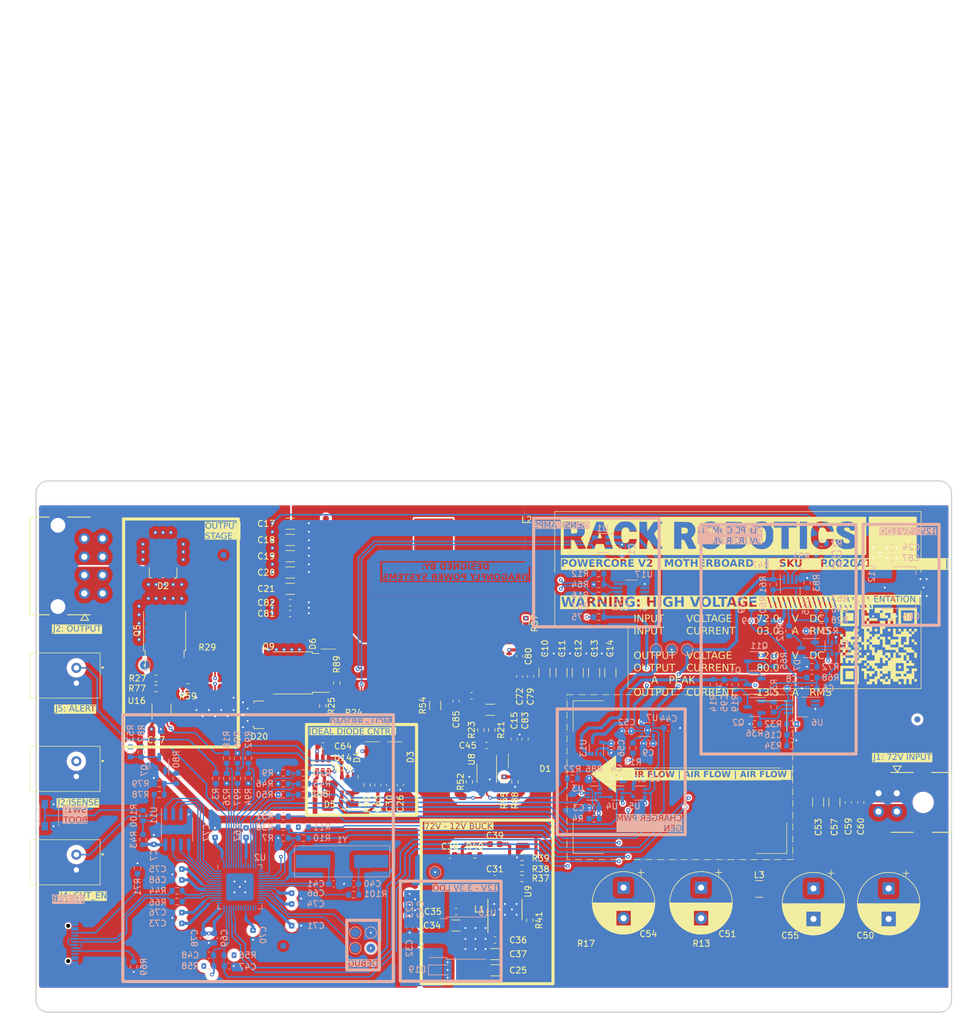
<source format=kicad_pcb>
(kicad_pcb (version 20221018) (generator pcbnew)

  (general
    (thickness 1.64)
  )

  (paper "A3")
  (title_block
    (title "PC-02 EDM PULSE GENERATOR")
    (company "DRAGONFLY POWER SYSTEMS")
  )

  (layers
    (0 "F.Cu" signal)
    (1 "In1.Cu" power)
    (2 "In2.Cu" signal)
    (3 "In3.Cu" signal)
    (4 "In4.Cu" power)
    (31 "B.Cu" signal)
    (32 "B.Adhes" user "B.Adhesive")
    (33 "F.Adhes" user "F.Adhesive")
    (34 "B.Paste" user)
    (35 "F.Paste" user)
    (36 "B.SilkS" user "B.Silkscreen")
    (37 "F.SilkS" user "F.Silkscreen")
    (38 "B.Mask" user)
    (39 "F.Mask" user)
    (40 "Dwgs.User" user "User.Drawings")
    (41 "Cmts.User" user "User.Comments")
    (42 "Eco1.User" user "User.Eco1")
    (43 "Eco2.User" user "User.Eco2")
    (44 "Edge.Cuts" user)
    (45 "Margin" user)
    (46 "B.CrtYd" user "B.Courtyard")
    (47 "F.CrtYd" user "F.Courtyard")
    (48 "B.Fab" user)
    (49 "F.Fab" user)
    (50 "User.1" user)
    (51 "User.2" user)
    (52 "User.3" user)
    (53 "User.4" user)
    (54 "User.5" user)
    (55 "User.6" user)
    (56 "User.7" user)
    (57 "User.8" user)
    (58 "User.9" user)
  )

  (setup
    (stackup
      (layer "F.SilkS" (type "Top Silk Screen") (color "White"))
      (layer "F.Paste" (type "Top Solder Paste"))
      (layer "F.Mask" (type "Top Solder Mask") (color "#000000CC") (thickness 0.01))
      (layer "F.Cu" (type "copper") (thickness 0.07))
      (layer "dielectric 1" (type "prepreg") (thickness 0.18) (material "FR4") (epsilon_r 4.29) (loss_tangent 0.02))
      (layer "In1.Cu" (type "copper") (thickness 0.035))
      (layer "dielectric 2" (type "core") (thickness 0.4) (material "FR4") (epsilon_r 4.29) (loss_tangent 0.02))
      (layer "In2.Cu" (type "copper") (thickness 0.035))
      (layer "dielectric 3" (type "prepreg") (thickness 0.18) (material "FR4") (epsilon_r 4.29) (loss_tangent 0.02))
      (layer "In3.Cu" (type "copper") (thickness 0.035))
      (layer "dielectric 4" (type "core") (thickness 0.4) (material "FR4") (epsilon_r 4.29) (loss_tangent 0.02))
      (layer "In4.Cu" (type "copper") (thickness 0.035))
      (layer "dielectric 5" (type "prepreg") (thickness 0.18) (material "FR4") (epsilon_r 4.29) (loss_tangent 0.02))
      (layer "B.Cu" (type "copper") (thickness 0.07))
      (layer "B.Mask" (type "Bottom Solder Mask") (color "#000000CC") (thickness 0.01))
      (layer "B.Paste" (type "Bottom Solder Paste"))
      (layer "B.SilkS" (type "Bottom Silk Screen") (color "White"))
      (copper_finish "ENIG")
      (dielectric_constraints no)
    )
    (pad_to_mask_clearance 0.0508)
    (solder_mask_min_width 0.0762)
    (aux_axis_origin 126.999998 193.999998)
    (pcbplotparams
      (layerselection 0x00010fc_ffffffff)
      (plot_on_all_layers_selection 0x0000000_00000000)
      (disableapertmacros false)
      (usegerberextensions true)
      (usegerberattributes false)
      (usegerberadvancedattributes false)
      (creategerberjobfile false)
      (dashed_line_dash_ratio 12.000000)
      (dashed_line_gap_ratio 3.000000)
      (svgprecision 4)
      (plotframeref false)
      (viasonmask false)
      (mode 1)
      (useauxorigin true)
      (hpglpennumber 1)
      (hpglpenspeed 20)
      (hpglpendiameter 15.000000)
      (dxfpolygonmode true)
      (dxfimperialunits true)
      (dxfusepcbnewfont true)
      (psnegative false)
      (psa4output false)
      (plotreference true)
      (plotvalue false)
      (plotinvisibletext false)
      (sketchpadsonfab false)
      (subtractmaskfromsilk true)
      (outputformat 1)
      (mirror false)
      (drillshape 0)
      (scaleselection 1)
      (outputdirectory "Gerbers/")
    )
  )

  (net 0 "")
  (net 1 "+3V3")
  (net 2 "GND")
  (net 3 "/CONTROLS/V_SENSE_FILTERED")
  (net 4 "/CONTROLS/V_SLOPE")
  (net 5 "VBUS")
  (net 6 "+12V")
  (net 7 "/CHARGER_POWER_STAGE/CHARGER_TEMP")
  (net 8 "/CONTROLS/CURRENT_TRIP")
  (net 9 "Net-(R49-Pad2)")
  (net 10 "/CONTROLS/OUTPUT_ISENSE_MICRO")
  (net 11 "Net-(Q10A-G)")
  (net 12 "Net-(U4-Pad2)")
  (net 13 "Net-(U8-IN)")
  (net 14 "+1V1")
  (net 15 "/MICRO/OUTPUT_STAGE_TEMP")
  (net 16 "/CHARGER_POWER_STAGE/VCAP")
  (net 17 "Net-(D7-A{slash}K)")
  (net 18 "/CONTROLS/CC_I_LIMIT")
  (net 19 "Net-(U9-BST)")
  (net 20 "Net-(U9-SW)")
  (net 21 "Net-(C38-Pad1)")
  (net 22 "Net-(U9-FB)")
  (net 23 "Net-(C40-Pad1)")
  (net 24 "/MICRO/XIN")
  (net 25 "/CONTROLS/V_CAP_SET")
  (net 26 "/CHARGER_POWER_STAGE/VSW")
  (net 27 "/CONTROLS/SLOPE_GENERATION/I_LIMIT_ADJUSTED")
  (net 28 "+5V")
  (net 29 "VDC")
  (net 30 "Net-(U7A--)")
  (net 31 "Net-(D3-K)")
  (net 32 "Net-(D5-A)")
  (net 33 "/CHARGER_POWER_STAGE/VHB_DIODE")
  (net 34 "/CHARGER_POWER_STAGE/VS_DIODE")
  (net 35 "Net-(Q3-G)")
  (net 36 "Net-(C84-Pad1)")
  (net 37 "Net-(C85-Pad2)")
  (net 38 "Net-(D1-K)")
  (net 39 "/CONNECTORS/ELECTRODE_-")
  (net 40 "Net-(D5-K)")
  (net 41 "/CONNECTORS/OUTPUT_ISENSE")
  (net 42 "/CONNECTORS/CUT_EN")
  (net 43 "/CONNECTORS/SHORT_ALERT")
  (net 44 "unconnected-(J6-VBUS-PadA4)")
  (net 45 "/CONNECTORS/USB_D_N")
  (net 46 "/CONNECTORS/USB_D_P")
  (net 47 "Net-(J6-CC1)")
  (net 48 "Net-(L2-Pad1)")
  (net 49 "/CONTROLS/OUTPUT_SHUNT_+")
  (net 50 "unconnected-(J6-SBU1-PadA8)")
  (net 51 "/CHARGER_POWER_STAGE/V_SHUNT_+")
  (net 52 "/CHARGER_POWER_STAGE/V_SHUNT_-")
  (net 53 "Net-(Q1-G)")
  (net 54 "Net-(Q2-G)")
  (net 55 "Net-(Q2-S)")
  (net 56 "Net-(Q2-D)")
  (net 57 "Net-(U16-IN)")
  (net 58 "Net-(U16-HO)")
  (net 59 "Net-(Q5-G)")
  (net 60 "Net-(Q7-G)")
  (net 61 "Net-(Q7-D)")
  (net 62 "/CHARGER_POWER_STAGE/VGH")
  (net 63 "Net-(Q9-G)")
  (net 64 "Net-(Q11-G)")
  (net 65 "Net-(U13-+)")
  (net 66 "Net-(U3-D)")
  (net 67 "Net-(U3-~{CLR})")
  (net 68 "/CONTROLS/CC_SLOPE_BLANKING")
  (net 69 "Net-(U6B-+)")
  (net 70 "/CHARGER_POWER_STAGE/CC_CHARGER_EN")
  (net 71 "/CONTROLS/SPARK_THRESHOLD_PWM")
  (net 72 "/MICRO/P_USB_P")
  (net 73 "unconnected-(J6-VBUS-PadA9)")
  (net 74 "/CONTROLS/OUTPUT_CURRENT_TRIP")
  (net 75 "Net-(R15-Pad2)")
  (net 76 "/MICRO/P_USB_N")
  (net 77 "unconnected-(J6-VBUS-PadB4)")
  (net 78 "Net-(J6-CC2)")
  (net 79 "Net-(U8-EN)")
  (net 80 "Net-(U8-HO)")
  (net 81 "/CHARGER_POWER_STAGE/CC_CHARGER_HI")
  (net 82 "/CHARGER_POWER_STAGE/VG_DIODE")
  (net 83 "/MICRO/OUTPUT_EN")
  (net 84 "/CONTROLS/CC_I_LIMIT_PWM")
  (net 85 "/CONTROLS/V_CAP_SET_PWM")
  (net 86 "Net-(R33-Pad1)")
  (net 87 "Net-(R38-Pad2)")
  (net 88 "Net-(U9-RT)")
  (net 89 "/MICRO/QSPI_SS")
  (net 90 "/CONTROLS/CC_CLK")
  (net 91 "Net-(U3-C)")
  (net 92 "Net-(U15A--)")
  (net 93 "unconnected-(J6-SBU2-PadB8)")
  (net 94 "/CONTROLS/VSENSE_TRIP")
  (net 95 "unconnected-(U6-Pad1)")
  (net 96 "/CONTROLS/CC_PWM_nEN")
  (net 97 "Net-(U15A-+)")
  (net 98 "Net-(U8-RDT)")
  (net 99 "Net-(U8-LO)")
  (net 100 "Net-(U15B-+)")
  (net 101 "Net-(U15B--)")
  (net 102 "Net-(R78-Pad2)")
  (net 103 "/MICRO/CUT_nEN")
  (net 104 "/CHARGER_POWER_STAGE/DIODE_ON")
  (net 105 "Net-(U14-IN)")
  (net 106 "/CHARGER_POWER_STAGE/GATE_BIAS_CLK")
  (net 107 "Net-(R100-Pad2)")
  (net 108 "/MICRO/XOUT")
  (net 109 "/CONNECTORS/SWCLK")
  (net 110 "/CONNECTORS/SWDIO")
  (net 111 "unconnected-(U2-GPIO23-Pad35)")
  (net 112 "unconnected-(U2-GPIO24-Pad36)")
  (net 113 "unconnected-(U2-GPIO16-Pad27)")
  (net 114 "unconnected-(U2-GPIO17-Pad28)")
  (net 115 "unconnected-(U2-GPIO18-Pad29)")
  (net 116 "unconnected-(U2-GPIO19-Pad30)")
  (net 117 "unconnected-(U2-GPIO20-Pad31)")
  (net 118 "unconnected-(U2-GPIO21-Pad32)")
  (net 119 "unconnected-(U2-GPIO22-Pad34)")
  (net 120 "unconnected-(U2-GPIO25-Pad37)")
  (net 121 "Net-(U11-~{RST}(IO3))")
  (net 122 "Net-(U11-CLK)")
  (net 123 "Net-(U11-DI(IO0))")
  (net 124 "Net-(U11-~{WP}(IO2))")
  (net 125 "Net-(U11-DO(IO1))")
  (net 126 "unconnected-(U8-NC-Pad5)")
  (net 127 "unconnected-(U9-PGOOD-Pad6)")
  (net 128 "unconnected-(J6-VBUS-PadB9)")
  (net 129 "Net-(U17A-+)")
  (net 130 "Net-(U17A--)")
  (net 131 "/CONTROLS/VSENSE_BUFFERED")
  (net 132 "Net-(C51-Pad2)")
  (net 133 "Net-(R62-Pad1)")
  (net 134 "Net-(D7-A)")
  (net 135 "Net-(D7-K)")
  (net 136 "unconnected-(U17-Pad7)")
  (net 137 "Net-(J5-Pad1)")
  (net 138 "Net-(Q5-S)")
  (net 139 "/CONTROLS/OUTPUT_SHUNT_-")
  (net 140 "Net-(D19-K)")
  (net 141 "unconnected-(U2-GPIO7-Pad9)")
  (net 142 "unconnected-(U2-GPIO8-Pad11)")

  (footprint "NET_TIES:NET_TIE_SMD_10mil" (layer "F.Cu") (at 180.339998 137.269 90))

  (footprint "SMD_INDUCTORS:PQ2617BHA" (layer "F.Cu") (at 192.150998 123.514998))

  (footprint "CONNECTORS:0430450822" (layer "F.Cu") (at 130.599998 120.914999 -90))

  (footprint "SMD_INDUCTORS:VLS6045EX" (layer "F.Cu") (at 196.849998 172.823998 180))

  (footprint "Capacitor_SMD:C_0603_1608Metric" (layer "F.Cu") (at 183.015998 156.788998 -90))

  (footprint "Capacitor_SMD:C_0603_1608Metric" (layer "F.Cu") (at 194.817998 168.251998 180))

  (footprint (layer "F.Cu") (at 174.498 113.157))

  (footprint "CONNECTORS:S2B-XH-A-1" (layer "F.Cu") (at 133.61432 154.149998 90))

  (footprint "Capacitor_SMD:C_0603_1608Metric" (layer "F.Cu") (at 200.786998 150.311998 180))

  (footprint "Capacitor_SMD:C_0603_1608Metric" (layer "F.Cu") (at 262.128 159.639 90))

  (footprint "Capacitor_SMD:C_0603_1608Metric" (layer "F.Cu") (at 173.998998 150.375498))

  (footprint "Resistor_SMD:R_1206_3216Metric" (layer "F.Cu") (at 201.421998 144.469998 180))

  (footprint "Capacitor_SMD:C_1206_3216Metric" (layer "F.Cu") (at 221.106998 138.373998 90))

  (footprint "DFN_QFN:INFINEON_TSDSON-8-25" (layer "F.Cu") (at 203.072998 140.151998 -90))

  (footprint "Capacitor_SMD:C_0603_1608Metric" (layer "F.Cu") (at 146.697998 147.644998))

  (footprint "NET_TIES:NET_TIE_SMD_10mil" (layer "F.Cu") (at 156.336998 137.777 90))

  (footprint "Resistor_SMD:R_0603_1608Metric" (layer "F.Cu") (at 206.629 172.085 180))

  (footprint "Capacitor_SMD:C_0603_1608Metric" (layer "F.Cu") (at 173.490998 156.725498))

  (footprint "Resistor_SMD:R_0603_1608Metric" (layer "F.Cu") (at 199.897998 147.771998 -90))

  (footprint "Resistor_SMD:R_0603_1608Metric" (layer "F.Cu") (at 176.276 140.081 90))

  (footprint "Capacitor_SMD:C_1206_3216Metric" (layer "F.Cu") (at 255.143 159.639 90))

  (footprint "Resistor_SMD:R_0603_1608Metric" (layer "F.Cu") (at 203.707998 156.280998 90))

  (footprint "MountingHole:MountingHole_2.1mm" (layer "F.Cu") (at 202 191.897))

  (footprint "Package_TO_SOT_SMD:TO-277A" (layer "F.Cu") (at 147.827998 119.689998 180))

  (footprint "Resistor_SMD:R_0603_1608Metric" (layer "F.Cu") (at 181.237998 156.788998 -90))

  (footprint "GRAPHICS:PC-02_P-02_artwork_zone_1_and_2_[24.01.06]" (layer "F.Cu")
    (tstamp 37409382-124f-4f38-8e57-82a2de416ef6)
    (at 212 112)
    (attr smd)
    (fp_text reference "REF**" (at 43 -2 unlocked) (layer "F.SilkS") hide
        (effects (font (size 1 1) (thickness 0.1)))
      (tstamp 38dbdc2e-5ae8-47ea-bb05-f052114729d4)
    )
    (fp_text value "PC-02_P-02_artwork_zone_1,2_[24.01.06]" (at 17 -2 unlocked) (layer "F.Fab")
        (effects (font (size 1 1) (thickness 0.15)))
      (tstamp 2d4e63d1-e7d2-4db8-b90f-5035f2d34092)
    )
    (fp_text user "| DOCUMENTATION |" (at 53 15 unlocked) (layer "F.SilkS" knockout)
        (effects (font (face "Bahnschrift") (size 1 1) (thickness 0.125)) (justify bottom))
      (tstamp 4adf1388-183d-4a43-a2bf-e7ff63a64488)
      (render_cache "| DOCUMENTATION |" 0
        (polygon
          (pts
            (xy 258.89051 126.94748)            (xy 258.89051 125.71845)            (xy 259.029973 125.71845)            (xy 259.029973 126.94748)
          )
        )
        (polygon
          (pts
            (xy 259.744871 126.83)            (xy 259.744871 126.697376)            (xy 259.969819 126.697376)            (xy 259.983365 126.697153)
            (xy 259.996525 126.696486)            (xy 260.009301 126.695375)            (xy 260.02169 126.693819)            (xy 260.033694 126.691818)
            (xy 260.045313 126.689373)            (xy 260.056546 126.686483)            (xy 260.067394 126.683148)            (xy 260.077856 126.679369)
            (xy 260.087933 126.675146)            (xy 260.097625 126.670477)            (xy 260.106931 126.665365)            (xy 260.115851 126.659807)
            (xy 260.124387 126.653805)            (xy 260.132536 126.647358)            (xy 260.140301 126.640467)            (xy 260.147635 126.63314)
            (xy 260.154497 126.625446)            (xy 260.160886 126.617386)            (xy 260.166801 126.60896)            (xy 260.172243 126.600167)
            (xy 260.177212 126.591008)            (xy 260.181707 126.581482)            (xy 260.18573 126.571591)            (xy 260.189279 126.561332)
            (xy 260.192355 126.550708)            (xy 260.194958 126.539717)            (xy 260.197087 126.52836)            (xy 260.198743 126.516636)
            (xy 260.199926 126.504546)            (xy 260.200636 126.49209)            (xy 260.200873 126.479267)            (xy 260.200873 126.186664)
            (xy 260.200636 126.173871)            (xy 260.199926 126.161442)            (xy 260.198743 126.149378)            (xy 260.197087 126.137678)
            (xy 260.194958 126.126343)            (xy 260.192355 126.115372)            (xy 260.189279 126.104765)            (xy 260.18573 126.094523)
            (xy 260.181707 126.084646)            (xy 260.177212 126.075133)            (xy 260.172243 126.065984)            (xy 260.166801 126.0572)
            (xy 260.160886 126.04878)            (xy 260.154497 126.040725)            (xy 260.147635 126.033034)            (xy 260.140301 126.025708)
            (xy 260.132536 126.018787)            (xy 260.124387 126.012313)            (xy 260.115851 126.006285)            (xy 260.106931 126.000703)
            (xy 260.097625 125.995569)            (xy 260.087933 125.99088)            (xy 260.077856 125.986638)            (xy 260.067394 125.982843)
            (xy 260.056546 125.979494)            (xy 260.045313 125.976592)            (xy 260.033694 125.974136)            (xy 260.02169 125.972127)
            (xy 260.009301 125.970564)            (xy 259.996525 125.969448)            (xy 259.983365 125.968778)            (xy 259.969819 125.968555)
            (xy 259.744871 125.968555)            (xy 259.744871 125.836175)            (xy 259.965667 125.836175)            (xy 259.976868 125.836266)
            (xy 259.987909 125.83654)            (xy 259.998791 125.836995)            (xy 260.009512 125.837633)            (xy 260.020074 125.838453)
            (xy 260.030476 125.839455)            (xy 260.040718 125.84064)            (xy 260.050801 125.842007)            (xy 260.060723 125.843556)
            (xy 260.070486 125.845287)            (xy 260.080089 125.8472)            (xy 260.098816 125.851574)            (xy 260.116903 125.856676)
            (xy 260.134351 125.862507)            (xy 260.15116 125.869068)            (xy 260.16733 125.876357)            (xy 260.18286 125.884375)
            (xy 260.197751 125.893122)            (xy 260.212003 125.902597)            (xy 260.225616 125.912802)            (xy 260.238589 125.923736)
            (xy 260.244836 125.929476)            (xy 260.256815 125.941436)            (xy 260.26802 125.953992)            (xy 260.278453 125.967143)
            (xy 260.288113 125.980889)            (xy 260.297 125.995231)            (xy 260.305115 126.010168)            (xy 260.312456 126.0257)
            (xy 260.319025 126.041828)            (xy 260.324821 126.058551)            (xy 260.329844 126.075869)            (xy 260.334095 126.093783)
            (xy 260.337572 126.112292)            (xy 260.340277 126.131396)            (xy 260.34134 126.141172)            (xy 260.342209 126.151096)
            (xy 260.342885 126.161169)            (xy 260.343368 126.171391)            (xy 260.343658 126.181762)            (xy 260.343755 126.192281)
            (xy 260.343755 126.473893)            (xy 260.343581 126.487869)            (xy 260.34306 126.501584)            (xy 260.342192 126.515041)
            (xy 260.340977 126.528237)            (xy 260.339414 126.541175)            (xy 260.337504 126.553852)            (xy 260.335246 126.566271)
            (xy 260.332642 126.578429)            (xy 260.32969 126.590329)            (xy 260.326391 126.601968)            (xy 260.322744 126.613348)
            (xy 260.31875 126.624469)            (xy 260.314409 126.63533)            (xy 260.309721 126.645932)            (xy 260.304686 126.656274)
            (xy 260.299303 126.666357)            (xy 260.293589 126.676163)            (xy 260.28756 126.685675)            (xy 260.281216 126.694893)
            (xy 260.274558 126.703818)            (xy 260.267584 126.712448)            (xy 260.260296 126.720785)            (xy 260.252693 126.728828)
            (xy 260.244775 126.736577)            (xy 260.236543 126.744032)            (xy 260.227995 126.751193)            (xy 260.219133 126.75806)
            (xy 260.209956 126.764634)            (xy 260.200463 126.770914)            (xy 260.190657 126.7769)            (xy 260.180535 126.782592)
            (xy 260.170098 126.78799)            (xy 260.159365 126.793077)            (xy 260.148353 126.797836)            (xy 260.137062 126.802266)
            (xy 260.125493 126.806369)            (xy 260.113646 126.810143)            (xy 260.101519 126.813589)            (xy 260.089114 126.816707)
            (xy 260.076431 126.819497)            (xy 260.063469 126.821959)            (xy 260.050228 126.824092)            (xy 260.036709 126.825897)
            (xy 260.022911 126.827374)            (xy 260.008835 126.828523)            (xy 259.99448 126.829343)            (xy 259.979846 126.829835)
            (xy 259.964934 126.83)
          )
        )
        (polygon
          (pts
            (xy 259.650594 126.83)            (xy 259.650594 125.836175)            (xy 259.790056 125.836175)            (xy 259.790056 126.83)
          )
        )
        (polygon
          (pts
            (xy 260.883397 125.826095)            (xy 260.896244 125.826627)            (xy 260.908882 125.827514)            (xy 260.921313 125.828756)
            (xy 260.933535 125.830354)            (xy 260.94555 125.832306)            (xy 260.957357 125.834613)            (xy 260.968955 125.837274)
            (xy 260.980346 125.840291)            (xy 260.991529 125.843663)            (xy 261.002504 125.84739)            (xy 261.01327 125.851471)
            (xy 261.023829 125.855908)            (xy 261.03418 125.860699)            (xy 261.044323 125.865845)            (xy 261.054257 125.871346)
            (xy 261.06395 125.877169)            (xy 261.073365 125.88328)            (xy 261.082505 125.889679)            (xy 261.091367 125.896366)
            (xy 261.099953 125.903341)            (xy 261.108262 125.910605)            (xy 261.116294 125.918156)            (xy 261.12405 125.925996)
            (xy 261.131529 125.934123)            (xy 261.138731 125.942539)            (xy 261.145657 125.951243)            (xy 261.152306 125.960235)
            (xy 261.158678 125.969516)            (xy 261.164773 125.979084)            (xy 261.170592 125.988941)            (xy 261.176134 125.999085)
            (xy 261.181399 126.009486)            (xy 261.186324 126.020109)            (xy 261.190909 126.030956)            (xy 261.195155 126.042026)
            (xy 261.199061 126.05332)            (xy 261.202627 126.064836)            (xy 261.205854 126.076576)            (xy 261.208741 126.088539)
            (xy 261.211288 126.100726)            (xy 261.213496 126.113135)            (xy 261.215364 126.125768)            (xy 261.216892 126.138624)
            (xy 261.218081 126.151704)            (xy 261.21893 126.165006)            (xy 261.21944 126.178532)            (xy 261.21961 126.192281)
            (xy 261.21961 126.473893)            (xy 261.21944 126.487526)            (xy 261.21893 126.500947)            (xy 261.218081 126.514156)
            (xy 261.216892 126.527154)            (xy 261.215364 126.539939)            (xy 261.213496 126.552513)            (xy 261.211288 126.564875)
            (xy 261.208741 126.577025)            (xy 261.205854 126.588963)            (xy 261.202627 126.60069)            (xy 261.199061 126.612205)
            (xy 261.195155 126.623507)            (xy 261.190909 126.634599)            (xy 261.186324 126.645478)            (xy 261.181399 126.656145)
            (xy 261.176134 126.666601)            (xy 261.170592 126.676805)            (xy 261.164773 126.686717)            (xy 261.158678 126.696337)
            (xy 261.152306 126.705665)            (xy 261.145657 126.714701)            (xy 261.138731 126.723445)            (xy 261.131529 126.731897)
            (xy 261.12405 126.740057)            (xy 261.116294 126.747925)            (xy 261.108262 126.755502)            (xy 261.099953 126.762786)
            (xy 261.091367 126.769778)            (xy 261.082505 126.776479)            (xy 261.073365 126.782887)            (xy 261.06395 126.789004)
            (xy 261.054257 126.794829)            (xy 261.044323 126.80033)            (xy 261.03418 126.805476)            (xy 261.023829 126.810267)
            (xy 261.01327 126.814704)            (xy 261.002504 126.818785)            (xy 260.991529 126.822512)            (xy 260.980346 126.825884)
            (xy 260.968955 126.8289)            (xy 260.957357 126.831562)            (xy 260.94555 126.833869)            (xy 260.933535 126.835821)
            (xy 260.921313 126.837418)            (xy 260.908882 126.838661)            (xy 260.896244 126.839548)            (xy 260.883397 126.84008)
            (xy 260.870342 126.840258)            (xy 260.857288 126.84008)            (xy 260.844441 126.839548)            (xy 260.831803 126.838661)
            (xy 260.819372 126.837418)            (xy 260.807149 126.835821)            (xy 260.795135 126.833869)            (xy 260.783328 126.831562)
            (xy 260.771729 126.8289)            (xy 260.760339 126.825884)            (xy 260.749156 126.822512)            (xy 260.738181 126.818785)
            (xy 260.727415 126.814704)            (xy 260.716856 126.810267)            (xy 260.706505 126.805476)            (xy 260.696362 126.80033)
            (xy 260.686428 126.794829)            (xy 260.676734 126.789004)            (xy 260.667316 126.782887)            (xy 260.658172 126.776479)
            (xy 260.649303 126.769778)            (xy 260.640708 126.762786)            (xy 260.632389 126.755502)            (xy 260.624344 126.747925)
            (xy 260.616574 126.740057)            (xy 260.609079 126.731897)            (xy 260.601858 126.723445)            (xy 260.594913 126.714701)
            (xy 260.588242 126.705665)            (xy 260.581846 126.696337)            (xy 260.575724 126.686717)            (xy 260.569878 126.676805)
            (xy 260.564306 126.666601)            (xy 260.559071 126.656145)            (xy 260.554174 126.645478)            (xy 260.549614 126.634599)
            (xy 260.545393 126.623507)            (xy 260.541509 126.612205)            (xy 260.537962 126.60069)            (xy 260.534754 126.588963)
            (xy 260.531883 126.577025)            (xy 260.52935 126.564875)            (xy 260.527154 126.552513)            (xy 260.525297 126.539939)
            (xy 260.523777 126.527154)            (xy 260.522595 126.514156)            (xy 260.521751 126.500947)            (xy 260.521244 126.487526)
            (xy 260.521133 126.478534)            (xy 260.663957 126.478534)            (xy 260.664179 126.491049)            (xy 260.664843 126.503252)
            (xy 260.665949 126.515145)            (xy 260.667499 126.526726)            (xy 260.669491 126.537997)            (xy 260.671926 126.548956)
            (xy 260.674803 126.559605)            (xy 260.678123 126.569942)            (xy 260.681886 126.579968)            (xy 260.686092 126.589684)
            (xy 260.69074 126.599088)            (xy 260.695831 126.608181)            (xy 260.701365 126.616963)            (xy 260.707341 126.625435)
            (xy 260.71376 126.633595)            (xy 260.720622 126.641444)            (xy 260.727847 126.648868)            (xy 260.735356 126.655812)
            (xy 260.74315 126.662278)            (xy 260.751228 126.668265)            (xy 260.759591 126.673773)            (xy 260.768237 126.678802)
            (xy 260.777169 126.683352)            (xy 260.786384 126.687423)            (xy 260.795884 126.691015)            (xy 260.805668 126.694128)
            (xy 260.815736 126.696762)            (xy 260.826089 126.698917)            (xy 260.836726 126.700594)            (xy 260.847647 126.701791)
            (xy 260.858853 126.70251)            (xy 260.870342 126.702749)            (xy 260.881891 126.70251)            (xy 260.893149 126.701791)
            (xy 260.904117 126.700594)            (xy 260.914795 126.698917)            (xy 260.925183 126.696762)            (xy 260.93528 126.694128)
            (xy 260.945088 126.691015)            (xy 260.954606 126.687423)            (xy 260.963834 126.683352)            (xy 260.972772 126.678802)
            (xy 260.981419 126.673773)            (xy 260.989777 126.668265)            (xy 260.997845 126.662278)            (xy 261.005622 126.655812)
            (xy 261.01311 126.648868)            (xy 261.020308 126.641444)            (xy 261.02714 126.633595)            (xy 261.033531 126.625435)
            (xy 261.039482 126.616963)            (xy 261.044991 126.608181)            (xy 261.05006 126.599088)            (xy 261.054689 126.589684)
            (xy 261.058876 126.579968)            (xy 261.062623 126.569942)            (xy 261.065928 126.559605)            (xy 261.068794 126.548956)
            (xy 261.071218 126.537997)            (xy 261.073201 126.526726)            (xy 261.074744 126.515145)            (xy 261.075846 126.503252)
            (xy 261.076507 126.491049)            (xy 261.076728 126.478534)            (xy 261.076728 126.187397)            (xy 261.076507 126.174825)
            (xy 261.075846 126.162572)            (xy 261.074744 126.150637)            (xy 261.073201 126.139021)            (xy 261.071218 126.127724)
            (xy 261.068794 126.116746)            (xy 261.065928 126.106086)            (xy 261.062623 126.095744)            (xy 261.058876 126.085722)
            (xy 261.054689 126.076018)            (xy 261.05006 126.066633)            (xy 261.044991 126.057566)            (xy 261.039482 126.048818)
            (xy 261.033531 126.040389)            (xy 261.02714 126.032279)            (xy 261.020308 126.024487)            (xy 261.01311 126.017063)
            (xy 261.005622 126.010118)            (xy 260.997845 126.003652)            (xy 260.989777 125.997666)            (xy 260.981419 125.992158)
            (xy 260.972772 125.987129)            (xy 260.963834 125.982579)            (xy 260.954606 125.978508)            (xy 260.945088 125.974916)
            (xy 260.93528 125.971803)            (xy 260.925183 125.969168)            (xy 260.914795 125.967013)            (xy 260.904117 125.965337)
            (xy 260.893149 125.96414)            (xy 260.881891 125.963421)            (xy 260.870342 125.963182)            (xy 260.858853 125.963421)
            (xy 260.847647 125.96414)            (xy 260.836726 125.965337)            (xy 260.826089 125.967013)            (xy 260.815736 125.969168)
            (xy 260.805668 125.971803)            (xy 260.795884 125.974916)            (xy 260.786384 125.978508)            (xy 260.777169 125.982579)
            (xy 260.768237 125.987129)            (xy 260.759591 125.992158)            (xy 260.751228 125.997666)            (xy 260.74315 126.003652)
            (xy 260.735356 126.010118)            (xy 260.727847 126.017063)            (xy 260.720622 126.024487)            (xy 260.71376 126.032279)
            (xy 260.707341 126.040389)            (xy 260.701365 126.048818)            (xy 260.695831 126.057566)            (xy 260.69074 126.066633)
            (xy 260.686092 126.076018)            (xy 260.681886 126.085722)            (xy 260.678123 126.095744)            (xy 260.674803 126.106086)
            (xy 260.671926 126.116746)            (xy 260.669491 126.127724)            (xy 260.667499 126.139021)            (xy 260.665949 126.150637)
            (xy 260.664843 126.162572)            (xy 260.664179 126.174825)            (xy 260.663957 126.187397)            (xy 260.663957 126.478534)
            (xy 260.521133 126.478534)            (xy 260.521075 126.473893)            (xy 260.521075 126.192281)            (xy 260.521244 126.178532)
            (xy 260.521751 126.165006)            (xy 260.522595 126.151704)            (xy 260.523777 126.138624)            (xy 260.525297 126.125768)
            (xy 260.527154 126.113135)            (xy 260.52935 126.100726)            (xy 260.531883 126.088539)            (xy 260.534754 126.076576)
            (xy 260.537962 126.064836)            (xy 260.541509 126.05332)            (xy 260.545393 126.042026)            (xy 260.549614 126.030956)
            (xy 260.554174 126.020109)            (xy 260.559071 126.009486)            (xy 260.564306 125.999085)            (xy 260.569878 125.988941)
            (xy 260.575724 125.979084)            (xy 260.581846 125.969516)            (xy 260.588242 125.960235)            (xy 260.594913 125.951243)
            (xy 260.601858 125.942539)            (xy 260.609079 125.934123)            (xy 260.616574 125.925996)            (xy 260.624344 125.918156)
            (xy 260.632389 125.910605)            (xy 260.640708 125.903341)            (xy 260.649303 125.896366)            (xy 260.658172 125.889679)
            (xy 260.667316 125.88328)            (xy 260.676734 125.877169)            (xy 260.686428 125.871346)            (xy 260.696362 125.865845)
            (xy 260.706505 125.860699)            (xy 260.716856 125.855908)            (xy 260.727415 125.851471)            (xy 260.738181 125.84739)
            (xy 260.749156 125.843663)            (xy 260.760339 125.840291)            (xy 260.771729 125.837274)            (xy 260.783328 125.834613)
            (xy 260.795135 125.832306)            (xy 260.807149 125.830354)            (xy 260.819372 125.828756)            (xy 260.831803 125.827514)
            (xy 260.844441 125.826627)            (xy 260.857288 125.826095)            (xy 260.870342 125.825917)
          )
        )
        (polygon
          (pts
            (xy 261.743266 126.840258)            (xy 261.730391 126.840077)            (xy 261.717716 126.839536)            (xy 261.705242 126.838635)
            (xy 261.692968 126.837373)            (xy 261.680894 126.83575)            (xy 261.66902 126.833766)            (xy 261.657347 126.831422)
            (xy 261.645875 126.828717)            (xy 261.634602 126.825652)            (xy 261.62353 126.822226)            (xy 261.612658 126.818439)
            (xy 261.601987 126.814292)            (xy 261.591516 126.809784)            (xy 261.581246 126.804915)            (xy 261.571175 126.799686)
            (xy 261.561305 126.794096)            (xy 261.551703 126.788181)            (xy 261.542373 126.781975)            (xy 261.533316 126.77548)
            (xy 261.524532 126.768695)            (xy 261.51602 126.761619)            (xy 261.507782 126.754254)            (xy 261.499816 126.746598)
            (xy 261.492124 126.738653)            (xy 261.484704 126.730417)            (xy 261.477557 126.721892)            (xy 261.470683 126.713076)
            (xy 261.464082 126.70397)            (xy 261.457753 126.694574)            (xy 261.451698 126.684889)            (xy 261.445915 126.674913)
            (xy 261.440405 126.664647)            (xy 261.4352 126.654097)            (xy 261.43033 126.643329)            (xy 261.425796 126.632344)
            (xy 261.421599 126.621141)            (xy 261.417736 126.609721)            (xy 261.41421 126.598083)            (xy 261.41102 126.586228)
            (xy 261.408165 126.574155)            (xy 261.405646 126.561865)            (xy 261.403463 126.549357)            (xy 261.401616 126.536631)
            (xy 261.400105 126.523688)            (xy 261.39893 126.510528)            (xy 261.39809 126.49715)            (xy 261.397586 126.483554)
            (xy 261.397418 126.469741)            (xy 261.397418 126.196922)            (xy 261.397586 126.183021)            (xy 261.39809 126.169345)
            (xy 261.39893 126.155895)            (xy 261.400105 126.14267)            (xy 261.401616 126.129669)            (xy 261.403463 126.116894)
            (xy 261.405646 126.104344)            (xy 261.408165 126.09202)            (xy 261.41102 126.07992)            (xy 261.41421 126.068046)
            (xy 261.417736 126.056397)            (xy 261.421599 126.044972)            (xy 261.425796 126.033774)            (xy 261.43033 126.0228)
            (xy 261.4352 126.012051)            (xy 261.440405 126.001528)            (xy 261.445915 125.991233)            (xy 261.451698 125.981233)
            (xy 261.457753 125.971526)            (xy 261.464082 125.962113)            (xy 261.470683 125.952994)            (xy 261.477557 125.944169)
            (xy 261.484704 125.935638)            (xy 261.492124 125.9274)            (xy 261.499816 125.919456)            (xy 261.507782 125.911807)
            (xy 261.51602 125.904451)            (xy 261.524532 125.897389)            (xy 261.533316 125.890621)            (xy 261.542373 125.884146)
            (xy 261.551703 125.877966)            (xy 261.561305 125.872079)            (xy 261.571175 125.866489)            (xy 261.581246 125.86126)
            (xy 261.591516 125.856391)            (xy 261.601987 125.851883)            (xy 261.612658 125.847736)            (xy 261.62353 125.843949)
            (xy 261.634602 125.840523)            (xy 261.645875 125.837458)            (xy 261.657347 125.834753)            (xy 261.66902 125.832409)
            (xy 261.680894 125.830425)            (xy 261.692968 125.828802)            (xy 261.705242 125.82754)            (xy 261.717716 125.826638)
            (xy 261.730391 125.826097)            (xy 261.743266 125.825917)            (xy 261.753985 125.826061)            (xy 261.764588 125.826493)
            (xy 261.775074 125.827214)            (xy 261.785444 125.828222)            (xy 261.795697 125.829519)            (xy 261.805834 125.831103)
            (xy 261.815855 125.832976)            (xy 261.825759 125.835137)            (xy 261.835547 125.837586)            (xy 261.845219 125.840324)
            (xy 261.854774 125.843349)            (xy 261.864212 125.846663)            (xy 261.873535 125.850264)            (xy 261.88274 125.854154)
            (xy 261.89183 125.858332)            (xy 261.900803 125.862798)            (xy 261.909657 125.867523)            (xy 261.918327 125.87248)
            (xy 261.926815 125.877667)            (xy 261.935119 125.883085)            (xy 261.94324 125.888734)            (xy 261.951178 125.894614)
            (xy 261.958933 125.900725)            (xy 261.966504 125.907067)            (xy 261.973893 125.913639)            (xy 261.981098 125.920443)
            (xy 261.98812 125.927477)            (xy 261.994959 125.934743)            (xy 262.001614 125.942239)            (xy 262.008087 125.949966)
            (xy 262.014376 125.957924)            (xy 262.020482 125.966113)            (xy 262.026375 125.974475)            (xy 262.032026 125.983015)
            (xy 262.037435 125.991732)            (xy 262.042601 126.000627)            (xy 262.047525 126.009699)            (xy 262.052207 126.018949)
            (xy 262.056646 126.028376)            (xy 262.060843 126.037981)            (xy 262.064798 126.047763)            (xy 262.06851 126.057723)
            (xy 262.07198 126.06786)            (xy 262.075208 126.078174)            (xy 262.078193 126.088666)            (xy 262.080936 126.099336)
            (xy 262.083437 126.110182)            (xy 262.085695 126.121207)            (xy 261.942813 126.121207)            (xy 261.939302 126.109426)
            (xy 261.935241 126.098019)            (xy 261.930631 126.086986)            (xy 261.925472 126.076327)            (xy 261.919762 126.066042)
            (xy 261.913504 126.056131)            (xy 261.906695 126.046594)            (xy 261.899338 126.037431)            (xy 261.891598 126.028707)
            (xy 261.883523 126.020487)            (xy 261.875112 126.012771)            (xy 261.866365 126.005558)            (xy 261.857282 125.998849)
            (xy 261.847863 125.992643)            (xy 261.838109 125.986942)            (xy 261.828019 125.981744)            (xy 261.817718 125.97705)
            (xy 261.807334 125.972982)            (xy 261.796866 125.96954)            (xy 261.786314 125.966723)            (xy 261.775678 125.964533)
            (xy 261.764958 125.962968)            (xy 261.754154 125.962029)            (xy 261.743266 125.961716)            (xy 261.731958 125.961969)
            (xy 261.72093 125.962727)            (xy 261.710182 125.963992)            (xy 261.699715 125.965761)            (xy 261.689528 125.968037)
            (xy 261.679622 125.970818)            (xy 261.669996 125.974105)            (xy 261.660651 125.977897)            (xy 261.651587 125.982195)
            (xy 261.642802 125.986999)            (xy 261.634299 125.992309)            (xy 261.626076 125.998124)            (xy 261.618133 126.004444)
            (xy 261.610471 126.011271)            (xy 261.603089 126.018603)            (xy 261.595988 126.026441)            (xy 261.589245 126.034663)
            (xy 261.582936 126.043209)            (xy 261.577063 126.05208)            (xy 261.571625 126.061276)            (xy 261.566622 126.070795)
            (xy 261.562053 126.08064)            (xy 261.55792 126.090808)            (xy 261.554222 126.101301)            (xy 261.550959 126.112118)
            (xy 261.548132 126.12326)            (xy 261.545739 126.134726)            (xy 261.543781 126.146516)            (xy 261.542258 126.158631)
            (xy 261.541171 126.17107)            (xy 261.540518 126.183834)            (xy 261.540301 126.196922)            (xy 261.540301 126.469741)
            (xy 261.540518 126.482828)            (xy 261.541171 126.495589)            (xy 261.542258 126.508024)            (xy 261.543781 126.520132)
            (xy 261.545739 126.531914)            (xy 261.548132 126.543369)            (xy 261.550959 126.554498)            (xy 261.554222 126.565301)
            (xy 261.55792 126.575778)            (xy 261.562053 126.585928)            (xy 261.566622 126.595752)            (xy 261.571625 126.60525)
            (xy 261.577063 126.614422)            (xy 261.582936 126.623267)            (xy 261.589245 126.631786)            (xy 261.595988 126.639979)
            (xy 261.603089 126.647757)            (xy 261.610471 126.655034)            (xy 261.618133 126.661809)            (xy 261.626076 126.668082)
            (xy 261.634299 126.673853)            (xy 261.642802 126.679122)            (xy 261.651587 126.68389)            (xy 261.660651 126.688155)
            (xy 261.669996 126.691919)            (xy 261.679622 126.695181)            (xy 261.689528 126.697941)            (xy 261.699715 126.7002)
            (xy 261.710182 126.701956)            (xy 261.72093 126.703211)            (xy 261.731958 126.703964)            (xy 261.743266 126.704214)
            (xy 261.755381 126.703854)            (xy 261.767363 126.702772)            (xy 261.779212 126.700969)            (xy 261.790928 126.698444)
            (xy 261.802511 126.695198)            (xy 261.81396 126.691231)            (xy 261.825277 126.686543)            (xy 261.83646 126.681133)
            (xy 261.847511 126.675003)            (xy 261.858428 126.66815)            (xy 261.865632 126.663182)            (xy 261.876063 126.65517)
            (xy 261.885834 126.646524)            (xy 261.894943 126.637241)            (xy 261.90339 126.627324)            (xy 261.911177 126.616771)
            (xy 261.918303 126.605582)            (xy 261.924767 126.593758)            (xy 261.93057 126.581299)            (xy 261.935712 126.568205)
            (xy 261.940193 126.554474)            (xy 261.942813 126.544968)            (xy 262.085695 126.544968)            (xy 262.083435 126.555993)
            (xy 262.080928 126.566843)            (xy 262.078176 126.577517)            (xy 262.075177 126.588016)            (xy 262.071932 126.598339)
            (xy 262.068441 126.608487)            (xy 262.064704 126.618458)            (xy 262.060721 126.628255)            (xy 262.056492 126.637876)
            (xy 262.052016 126.647321)            (xy 262.047294 126.656591)            (xy 262.042326 126.665685)            (xy 262.037112 126.674604)
            (xy 262.031652 126.683347)            (xy 262.025946 126.691915)            (xy 262.019993 126.700307)            (xy 262.01386 126.708466)
            (xy 262.007549 126.716396)            (xy 262.00106 126.724097)            (xy 261.994394 126.73157)            (xy 261.98755 126.738813)
            (xy 261.980529 126.745827)            (xy 261.973331 126.752613)            (xy 261.965955 126.759169)            (xy 261.958401 126.765496)
            (xy 261.950671 126.771595)            (xy 261.942762 126.777464)            (xy 261.934676 126.783105)            (xy 261.926413 126.788516)
            (xy 261.917972 126.793699)            (xy 261.909354 126.798652)            (xy 261.900559 126.803377)            (xy 261.891615 126.807843)
            (xy 261.882553 126.812021)            (xy 261.873373 126.815911)            (xy 261.864075 126.819512)            (xy 261.854658 126.822826)
            (xy 261.845123 126.825851)            (xy 261.83547 126.828588)            (xy 261.825698 126.831038)            (xy 261.815808 126.833199)
            (xy 261.8058 126.835071)            (xy 261.795674 126.836656)            (xy 261.785429 126.837953)            (xy 261.775066 126.838961)
            (xy 261.764584 126.839681)            (xy 261.753984 126.840114)
          )
        )
        (polygon
          (pts
            (xy 262.591033 126.840258)            (xy 262.580726 126.840163)            (xy 262.570565 126.83988)            (xy 262.560549 126.839408)
            (xy 262.55068 126.838746)            (xy 262.531379 126.836857)            (xy 262.512662 126.834213)            (xy 262.494529 126.830812)
            (xy 262.476979 126.826656)            (xy 262.460014 126.821745)            (xy 262.443633 126.816078)            (xy 262.427835 126.809655)
            (xy 262.412622 126.802476)            (xy 262.397992 126.794542)            (xy 262.383946 126.785853)            (xy 262.370484 126.776407)
            (xy 262.357606 126.766206)            (xy 262.345312 126.75525)            (xy 262.333601 126.743538)            (xy 262.322569 126.731136)
            (xy 262.312249 126.718113)            (xy 262.302641 126.704468)            (xy 262.293744 126.690201)            (xy 262.285559 126.675312)
            (xy 262.278086 126.6598)            (xy 262.271324 126.643667)            (xy 262.265274 126.626912)            (xy 262.259936 126.609534)
            (xy 262.25531 126.591535)            (xy 262.251395 126.572913)            (xy 262.248193 126.553669)            (xy 262.246858 126.543814)
            (xy 262.245702 126.533804)            (xy 262.244723 126.523637)            (xy 262.243922 126.513316)            (xy 262.243299 126.502839)
            (xy 262.242855 126.492206)            (xy 262.242588 126.481418)            (xy 262.242499 126.470474)            (xy 262.242499 125.836175)
            (xy 262.381961 125.836175)            (xy 262.381961 126.475115)            (xy 262.382175 126.488509)            (xy 262.382816 126.50152)
            (xy 262.383885 126.514147)            (xy 262.385381 126.52639)            (xy 262.387304 126.53825)            (xy 262.389655 126.549727)
            (xy 262.392433 126.56082)            (xy 262.395639 126.57153)            (xy 262.399272 126.581855)            (xy 262.403333 126.591798)
            (xy 262.407821 126.601357)            (xy 262.412736 126.610532)            (xy 262.418079 126.619324)            (xy 262.423849 126.627732)
            (xy 262.430047 126.635757)            (xy 262.436672 126.643398)            (xy 262.443686 126.650585)            (xy 262.451052 126.657308)
            (xy 262.458768 126.663568)            (xy 262.466836 126.669364)            (xy 262.475255 126.674696)            (xy 262.484024 126.679565)
            (xy 262.493145 126.68397)            (xy 262.502617 126.687911)            (xy 262.512441 126.691389)            (xy 262.522615 126.694403)
            (xy 262.53314 126.696953)            (xy 262.544017 126.69904)            (xy 262.555244 126.700662)            (xy 262.566823 126.701822)
            (xy 262.578752 126.702517)            (xy 262.591033 126.702749)            (xy 262.603433 126.702517)            (xy 262.615477 126.701822)
            (xy 262.627163 126.700662)            (xy 262.638493 126.69904)            (xy 262.649466 126.696953)            (xy 262.660081 126.694403)
            (xy 262.670341 126.691389)            (xy 262.680243 126.687911)            (xy 262.689788 126.68397)            (xy 262.698977 126.679565)
            (xy 262.707809 126.674696)            (xy 262.716284 126.669364)            (xy 262.724402 126.663568)            (xy 262.732164 126.657308)
            (xy 262.739568 126.650585)            (xy 262.746616 126.643398)            (xy 262.753271 126.635757)            (xy 262.759496 126.627732)
            (xy 262.765292 126.619324)            (xy 262.770659 126.610532)            (xy 262.775596 126.601357)            (xy 262.780104 126.591798)
            (xy 262.784183 126.581855)            (xy 262.787832 126.57153)            (xy 262.791052 126.56082)            (xy 262.793843 126.549727)
            (xy 262.796204 126.53825)            (xy 262.798136 126.52639)            (xy 262.799639 126.514147)            (xy 262.800712 126.50152)
            (xy 262.801356 126.488509)            (xy 262.801571 126.475115)            (xy 262.801571 125.836175)            (xy 262.941033 125.836175)
            (xy 262.941033 126.470474)            (xy 262.940944 126.481418)            (xy 262.940675 126.492206)            (xy 262.940228 126.502839)
            (xy 262.939602 126.513316)            (xy 262.938797 126.523637)            (xy 262.937813 126.533804)            (xy 262.93665 126.543814)
            (xy 262.935309 126.553669)            (xy 262.933788 126.563369)            (xy 262.93021 126.582301)            (xy 262.925917 126.600612)
            (xy 262.920908 126.618301)            (xy 262.915184 126.635367)            (xy 262.908744 126.651811)            (xy 262.901588 126.667634)
            (xy 262.893717 126.682834)            (xy 262.885131 126.697412)            (xy 262.875828 126.711369)            (xy 262.865811 126.724703)
            (xy 262.855077 126.737415)            (xy 262.849442 126.743538)            (xy 262.837699 126.75525)            (xy 262.825369 126.766206)
            (xy 262.812451 126.776407)            (xy 262.798945 126.785853)            (xy 262.784851 126.794542)            (xy 262.77017 126.802476)
            (xy 262.754901 126.809655)            (xy 262.739044 126.816078)            (xy 262.7226 126.821745)            (xy 262.705568 126.826656)
            (xy 262.687948 126.830812)            (xy 262.669741 126.834213)            (xy 262.650945 126.836857)            (xy 262.631562 126.838746)
            (xy 262.62165 126.839408)            (xy 262.611592 126.83988)            (xy 262.601386 126.840163)
          )
        )
        (polygon
          (pts
            (xy 263.582171 126.492212)            (xy 263.874285 125.836175)            (xy 264.004711 125.836175)            (xy 264.004711 126.83)
            (xy 263.868668 126.83)            (xy 263.868668 126.085547)            (xy 263.875506 126.129267)            (xy 263.630775 126.692002)
            (xy 263.533811 126.692002)            (xy 263.289079 126.142944)            (xy 263.295918 126.085547)            (xy 263.295918 126.83)
            (xy 263.159875 126.83)            (xy 263.159875 125.836175)            (xy 263.290301 125.836175)
          )
        )
        (polygon
          (pts
            (xy 264.250175 126.83)            (xy 264.250175 125.836175)            (xy 264.389638 125.836175)            (xy 264.389638 126.83)
          )
        )
        (polygon
          (pts
            (xy 264.31783 126.83)            (xy 264.31783 126.697376)            (xy 264.888626 126.697376)            (xy 264.888626 126.83)
          )
        )
        (polygon
          (pts
            (xy 264.31783 126.402819)            (xy 264.31783 126.270195)            (xy 264.813399 126.270195)            (xy 264.813399 126.402819)
          )
        )
        (polygon
          (pts
            (xy 264.31783 125.968555)            (xy 264.31783 125.836175)            (xy 264.888626 125.836175)            (xy 264.888626 125.968555)
          )
        )
        (polygon
          (pts
            (xy 265.086462 126.829267)            (xy 265.086462 125.836175)            (xy 265.21298 125.836175)            (xy 265.699024 126.604319)
            (xy 265.682415 126.622149)            (xy 265.682415 125.836175)            (xy 265.820656 125.836175)            (xy 265.820656 126.829267)
            (xy 265.692673 126.829267)            (xy 265.208095 126.072602)            (xy 265.22446 126.054773)            (xy 265.22446 126.829267)
          )
        )
        (polygon
          (pts
            (xy 266.265178 126.83)            (xy 266.265178 125.917508)            (xy 266.404641 125.917508)            (xy 266.404641 126.83)
          )
        )
        (polygon
          (pts
            (xy 265.984299 125.968555)            (xy 265.984299 125.836175)            (xy 266.685765 125.836175)            (xy 266.685765 125.968555)
          )
        )
        (polygon
          (pts
            (xy 266.665248 126.83)            (xy 267.031612 125.836175)            (xy 267.150559 125.836175)            (xy 267.516923 126.83)
            (xy 267.366714 126.83)            (xy 267.091208 126.02815)            (xy 266.815702 126.83)
          )
        )
        (polygon
          (pts
            (xy 266.83402 126.611891)            (xy 266.83402 126.479267)            (xy 267.356944 126.479267)            (xy 267.356944 126.611891)
          )
        )
        (polygon
          (pts
            (xy 267.783392 126.83)            (xy 267.783392 125.917508)            (xy 267.922855 125.917508)            (xy 267.922855 126.83)
          )
        )
        (polygon
          (pts
            (xy 267.502513 125.968555)            (xy 267.502513 125.836175)            (xy 268.203978 125.836175)            (xy 268.203978 125.968555)
          )
        )
        (polygon
          (pts
            (xy 268.480217 125.836175)            (xy 268.480217 126.83)            (xy 268.340754 126.83)            (xy 268.340754 125.836175)
          )
        )
        (polygon
          (pts
            (xy 269.067486 125.826095)            (xy 269.080333 125.826627)            (xy 269.092972 125.827514)            (xy 269.105402 125.828756)
            (xy 269.117625 125.830354)            (xy 269.129639 125.832306)            (xy 269.141446 125.834613)            (xy 269.153045 125.837274)
            (xy 269.164435 125.840291)            (xy 269.175618 125.843663)            (xy 269.186593 125.84739)            (xy 269.19736 125.851471)
            (xy 269.207918 125.855908)            (xy 269.218269 125.860699)            (xy 269.228412 125.865845)            (xy 269.238347 125.871346)
            (xy 269.248039 125.877169)            (xy 269.257455 125.88328)            (xy 269.266594 125.889679)            (xy 269.275456 125.896366)
            (xy 269.284042 125.903341)            (xy 269.292351 125.910605)            (xy 269.300383 125.918156)            (xy 269.308139 125.925996)
            (xy 269.315618 125.934123)            (xy 269.32282 125.942539)            (xy 269.329746 125.951243)            (xy 269.336395 125.960235)
            (xy 269.342767 125.969516)            (xy 269.348863 125.979084)            (xy 269.354682 125.988941)            (xy 269.360224 125.999085)
            (xy 269.365488 126.009486)            (xy 269.370413 126.020109)            (xy 269.374999 126.030956)            (xy 269.379244 126.042026)
            (xy 269.38315 126.05332)            (xy 269.386716 126.064836)            (xy 269.389943 126.076576)            (xy 269.39283 126.088539)
            (xy 269.395378 126.100726)            (xy 269.397585 126.113135)            (xy 269.399453 126.125768)            (xy 269.400982 126.138624)
            (xy 269.402171 126.151704)            (xy 269.40302 126.165006)            (xy 269.403529 126.178532)            (xy 269.403699 126.192281)
            (xy 269.403699 126.473893)            (xy 269.403529 126.487526)            (xy 269.40302 126.500947)            (xy 269.402171 126.514156)
            (xy 269.400982 126.527154)            (xy 269.399453 126.539939)            (xy 269.397585 126.552513)            (xy 269.395378 126.564875)
            (xy 269.39283 126.577025)            (xy 269.389943 126.588963)            (xy 269.386716 126.60069)            (xy 269.38315 126.612205)
            (xy 269.379244 126.623507)            (xy 269.374999 126.634599)            (xy 269.370413 126.645478)            (xy 269.365488 126.656145)
            (xy 269.360224 126.666601)            (xy 269.354682 126.676805)            (xy 269.348863 126.686717)            (xy 269.342767 126.696337)
            (xy 269.336395 126.705665)            (xy 269.329746 126.714701)            (xy 269.32282 126.723445)            (xy 269.315618 126.731897)
            (xy 269.308139 126.740057)            (xy 269.300383 126.747925)            (xy 269.292351 126.755502)            (xy 269.284042 126.762786)
            (xy 269.275456 126.769778)            (xy 269.266594 126.776479)            (xy 269.257455 126.782887)            (xy 269.248039 126.789004)
            (xy 269.238347 126.794829)            (xy 269.228412 126.80033)            (xy 269.218269 126.805476)            (xy 269.207918 126.810267)
            (xy 269.19736 126.814704)            (xy 269.186593 126.818785)            (xy 269.175618 126.822512)            (xy 269.164435 126.825884)
            (xy 269.153045 126.8289)            (xy 269.141446 126.831562)            (xy 269.129639 126.833869)            (xy 269.117625 126.835821)
            (xy 269.105402 126.837418)            (xy 269.092972 126.838661)            (xy 269.080333 126.839548)            (xy 269.067486 126.84008)
            (xy 269.054432 126.840258)            (xy 269.041377 126.84008)            (xy 269.028531 126.839548)            (xy 269.015892 126.838661)
            (xy 269.003461 126.837418)            (xy 268.991239 126.835821)            (xy 268.979224 126.833869)            (xy 268.967417 126.831562)
            (xy 268.955819 126.8289)            (xy 268.944428 126.825884)            (xy 268.933245 126.822512)            (xy 268.922271 126.818785)
            (xy 268.911504 126.814704)            (xy 268.900945 126.810267)            (xy 268.890594 126.805476)            (xy 268.880452 126.80033)
            (xy 268.870517 126.794829)            (xy 268.860823 126.789004)            (xy 268.851405 126.782887)            (xy 268.842261 126.776479)
            (xy 268.833392 126.769778)            (xy 268.824798 126.762786)            (xy 268.816478 126.755502)            (xy 268.808433 126.747925)
            (xy 268.800663 126.740057)            (xy 268.793168 126.731897)            (xy 268.785948 126.723445)            (xy 268.779002 126.714701)
            (xy 268.772331 126.705665)            (xy 268.765935 126.696337)            (xy 268.759814 126.686717)            (xy 268.753967 126.676805)
            (xy 268.748395 126.666601)            (xy 268.74316 126.656145)            (xy 268.738263 126.645478)            (xy 268.733704 126.634599)
            (xy 268.729482 126.623507)            (xy 268.725598 126.612205)            (xy 268.722052 126.60069)            (xy 268.718843 126.588963)
            (xy 268.715972 126.577025)            (xy 268.713439 126.564875)            (xy 268.711244 126.552513)            (xy 268.709386 126.539939)
            (xy 268.707866 126.527154)            (xy 268.706684 126.514156)            (xy 268.70584 126.500947)            (xy 268.705333 126.487526)
            (xy 268.705222 126.478534)            (xy 268.848047 126.478534)            (xy 268.848268 126.491049)            (xy 268.848932 126.503252)
            (xy 268.850039 126.515145)            (xy 268.851588 126.526726)            (xy 268.85358 126.537997)            (xy 268.856015 126.548956)
            (xy 268.858892 126.559605)            (xy 268.862213 126.569942)            (xy 268.865975 126.579968)            (xy 268.870181 126.589684)
            (xy 268.874829 126.599088)            (xy 268.87992 126.608181)            (xy 268.885454 126.616963)            (xy 268.89143 126.625435)
            (xy 268.897849 126.633595)            (xy 268.904711 126.641444)            (xy 268.911936 126.648868)            (xy 268.919446 126.655812)
            (xy 268.927239 126.662278)            (xy 268.935318 126.668265)            (xy 268.94368 126.673773)            (xy 268.952327 126.678802)
            (xy 268.961258 126.683352)            (xy 268.970473 126.687423)            (xy 268.979973 126.691015)            (xy 268.989757 126.694128)
            (xy 268.999825 126.696762)            (xy 269.010178 126.698917)            (xy 269.020815 126.700594)            (xy 269.031736 126.701791)
            (xy 269.042942 126.70251)            (xy 269.054432 126.702749)            (xy 269.06598 126.70251)            (xy 269.077238 126.701791)
            (xy 269.088206 126.700594)            (xy 269.098884 126.698917)            (xy 269.109272 126.696762)            (xy 269.11937 126.694128)
            (xy 269.129178 126.691015)            (xy 269.138696 126.687423)            (xy 269.147923 126.683352)            (xy 269.156861 126.678802)
            (xy 269.165509 126.673773)            (xy 269.173866 126.668265)            (xy 269.181934 126.662278)            (xy 269.189712 126.655812)
            (xy 269.197199 126.648868)            (xy 269.204397 126.641444)            (xy 269.211229 126.633595)            (xy 269.21762 126.625435)
            (xy 269.223571 126.616963)            (xy 269.229081 126.608181)            (xy 269.23415 126.599088)            (xy 269.238778 126.589684)
            (xy 269.242965 126.579968)            (xy 269.246712 126.569942)            (xy 269.250018 126.559605)            (xy 269.252883 126.548956)
            (xy 269.255307 126.537997)            (xy 269.257291 126.526726)            (xy 269.258833 126.515145)            (xy 269.259935 126.503252)
            (xy 269.260597 126.491049)            (xy 269.260817 126.478534)            (xy 269.260817 126.187397)            (xy 269.260597 126.174825)
            (xy 269.259935 126.162572)            (xy 269.258833 126.150637)            (xy 269.257291 126.139021)            (xy 269.255307 126.127724)
            (xy 269.252883 126.116746)            (xy 269.250018 126.106086)            (xy 269.246712 126.095744)            (xy 269.242965 126.085722)
            (xy 269.238778 126.076018)            (xy 269.23415 126.066633)            (xy 269.229081 126.057566)            (xy 269.223571 126.048818)
            (xy 269.21762 126.040389)            (xy 269.211229 126.032279)            (xy 269.204397 126.024487)            (xy 269.197199 126.017063)
            (xy 269.189712 126.010118)            (xy 269.181934 126.003652)            (xy 269.173866 125.997666)            (xy 269.165509 125.992158)
            (xy 269.156861 125.987129)            (xy 269.147923 125.982579)            (xy 269.138696 125.978508)            (xy 269.129178 125.974916)
            (xy 269.11937 125.971803)            (xy 269.109272 125.969168)            (xy 269.098884 125.967013)            (xy 269.088206 125.965337)
            (xy 269.077238 125.96414)            (xy 269.06598 125.963421)            (xy 269.054432 125.963182)            (xy 269.042942 125.963421)
            (xy 269.031736 125.96414)            (xy 269.020815 125.965337)            (xy 269.010178 125.967013)            (xy 268.999825 125.969168)
            (xy 268.989757 125.971803)            (xy 268.979973 125.974916)            (xy 268.970473 125.978508)            (xy 268.961258 125.982579)
            (xy 268.952327 125.987129)            (xy 268.94368 125.992158)            (xy 268.935318 125.997666)            (xy 268.927239 126.003652)
            (xy 268.919446 126.010118)            (xy 268.911936 126.017063)            (xy 268.904711 126.024487)            (xy 268.897849 126.032279)
            (xy 268.89143 126.040389)            (xy 268.885454 126.048818)            (xy 268.87992 126.057566)            (xy 268.874829 126.066633)
            (xy 268.870181 126.076018)            (xy 268.865975 126.085722)            (xy 268.862213 126.095744)            (xy 268.858892 126.106086)
            (xy 268.856015 126.116746)            (xy 268.85358 126.127724)            (xy 268.851588 126.139021)            (xy 268.850039 126.150637)
            (xy 268.848932 126.162572)            (xy 268.848268 126.174825)            (xy 268.848047 126.187397)            (xy 268.848047 126.478534)
            (xy 268.705222 126.478534)            (xy 268.705164 126.473893)            (xy 268.705164 126.192281)            (xy 268.705333 126.178532)
            (xy 268.70584 126.165006)            (xy 268.706684 126.151704)            (xy 268.707866 126.138624)            (xy 268.709386 126.125768)
            (xy 268.711244 126.113135)            (xy 268.713439 126.100726)            (xy 268.715972 126.088539)            (xy 268.718843 126.076576)
            (xy 268.722052 126.064836)            (xy 268.725598 126.05332)            (xy 268.729482 126.042026)            (xy 268.733704 126.030956)
            (xy 268.738263 126.020109)            (xy 268.74316 126.009486)            (xy 268.748395 125.999085)            (xy 268.753967 125.988941)
            (xy 268.759814 125.979084)            (xy 268.765935 125.969516)            (xy 268.772331 125.960235)            (xy 268.779002 125.951243)
            (xy 268.785948 125.942539)            (xy 268.793168 125.934123)            (xy 268.800663 125.925996)            (xy 268.808433 125.918156)
            (xy 268.816478 125.910605)            (xy 268.824798 125.903341)            (xy 268.833392 125.896366)            (xy 268.842261 125.889679)
            (xy 268.851405 125.88328)            (xy 268.860823 125.877169)            (xy 268.870517 125.871346)            (xy 268.880452 125.865845)
            (xy 268.890594 125.860699)            (xy 268.900945 125.855908)            (xy 268.911504 125.851471)            (xy 268.922271 125.84739)
            (xy 268.933245 125.843663)            (xy 268.944428 125.840291)            (xy 268.955819 125.837274)            (xy 268.967417 125.834613)
            (xy 268.979224 125.832306)            (xy 268.991239 125.830354)            (xy 269.003461 125.828756)            (xy 269.015892 125.827514)
            (xy 269.028531 125.826627)            (xy 269.041377 125.826095)            (xy 269.054432 125.825917)
          )
        )
        (polygon
          (pts
            (xy 269.615702 126.829267)            (xy 269.615702 125.836175)            (xy 269.74222 125.836175)            (xy 270.228263 126.604319)
            (xy 270.211654 126.622149)            (xy 270.211654 125.836175)            (xy 270.349896 125.836175)            (xy 270.349896 126.829267)
            (xy 270.221913 126.829267)            (xy 269.737335 126.072602)            (xy 269.753699 126.054773)            (xy 269.753699 126.829267)
          )
        )
        (polygon
          (pts
            (xy 270.970761 126.94748)            (xy 270.970761 125.71845)            (xy 271.110224 125.71845)            (xy 271.110224 126.94748)
          )
        )
      )
    )
    (fp_text user "WARNING: HIGH VOLTAGE  \\\\\\\\\\\\\\\\\\\\\\\\\\\\\\\\\\\\\\\\\\" (at 1 14 unlocked) (layer "F.SilkS" knockout)
        (effects (font (face "Bahnschrift") (size 1.6 1.6) (thickness 0.2) bold) (justify left top))
      (tstamp 7a666b77-39b7-4a67-9601-3578c91f4c84)
      (render_cache "WARNING: HIGH VOLTAGE  \\\\\\\\\\\\\\\\\\\\\\\\\\\\\\\\\\\\\\\\\\" 0
        (polygon
          (pts
            (xy 213.545931 127.256496)            (xy 213.871849 126.009881)            (xy 214.025038 126.009881)            (xy 214.350956 127.256496)
            (xy 214.631933 126.009881)            (xy 214.86367 126.009881)            (xy 214.475617 127.6)            (xy 214.247787 127.6)
            (xy 213.954696 126.488597)            (xy 213.648709 127.6)            (xy 213.42127 127.6)            (xy 213.032826 126.009881)
            (xy 213.264563 126.009881)
          )
        )
        (polygon
          (pts
            (xy 214.841395 127.6)            (xy 215.427578 126.009881)            (xy 215.617892 126.009881)            (xy 216.204075 127.6)
            (xy 215.96374 127.6)            (xy 215.52293 126.317041)            (xy 215.082121 127.6)
          )
        )
        (polygon
          (pts
            (xy 215.11143 127.251025)            (xy 215.11143 127.038827)            (xy 215.948108 127.038827)            (xy 215.948108 127.251025)
          )
        )
        (polygon
          (pts
            (xy 216.540935 126.927452)            (xy 216.540935 126.715254)            (xy 217.083349 126.715254)            (xy 217.101257 126.71466)
            (xy 217.118493 126.712877)            (xy 217.135055 126.709906)            (xy 217.150943 126.705747)            (xy 217.166159 126.700399)
            (xy 217.180701 126.693863)            (xy 217.19457 126.686139)            (xy 217.207766 126.677226)            (xy 217.220289 126.667124)
            (xy 217.232139 126.655835)            (xy 217.239665 126.647648)            (xy 217.25021 126.634514)            (xy 217.259718 126.62061)
            (xy 217.268189 126.605937)            (xy 217.275623 126.590495)            (xy 217.28202 126.574283)            (xy 217.287379 126.557302)
            (xy 217.291701 126.539552)            (xy 217.294986 126.521032)            (xy 217.297233 126.501743)            (xy 217.298443 126.481685)
            (xy 217.298674 126.467885)            (xy 217.298155 126.447387)            (xy 217.296599 126.427658)            (xy 217.294006 126.408699)
            (xy 217.290375 126.390509)            (xy 217.285708 126.373088)            (xy 217.280003 126.356437)            (xy 217.273261 126.340555)
            (xy 217.265481 126.325443)            (xy 217.256664 126.311099)            (xy 217.24681 126.297526)            (xy 217.239665 126.288904)
            (xy 217.228264 126.276752)            (xy 217.21619 126.265795)            (xy 217.203443 126.256034)            (xy 217.190022 126.247468)
            (xy 217.175929 126.240097)            (xy 217.161162 126.233922)            (xy 217.145722 126.228942)            (xy 217.129609 126.225157)
            (xy 217.112822 126.222567)            (xy 217.095363 126.221172)            (xy 217.083349 126.220907)            (xy 216.540935 126.220907)
            (xy 216.540935 126.008709)            (xy 217.074752 126.008709)            (xy 217.091957 126.008933)            (xy 217.108891 126.009606)
            (xy 217.125553 126.010728)            (xy 217.141943 126.012299)            (xy 217.158061 126.014318)            (xy 217.173908 126.016787)
            (xy 217.189483 126.019704)            (xy 217.204787 126.02307)            (xy 217.227232 126.02896)            (xy 217.249066 126.035861)
            (xy 217.270289 126.043771)            (xy 217.290901 126.052691)            (xy 217.310901 126.06262)            (xy 217.317431 126.066154)
            (xy 217.336513 126.077324)            (xy 217.354778 126.08929)            (xy 217.372225 126.102054)            (xy 217.388854 126.115614)
            (xy 217.404666 126.12997)            (xy 217.419661 126.145124)            (xy 217.433838 126.161075)            (xy 217.447198 126.177822)
            (xy 217.45974 126.195367)            (xy 217.471465 126.213708)            (xy 217.478827 126.226378)            (xy 217.489093 126.245964)
            (xy 217.49835 126.266183)            (xy 217.506596 126.287034)            (xy 217.513833 126.308517)            (xy 217.52006 126.330631)
            (xy 217.525278 126.353378)            (xy 217.528195 126.368893)            (xy 217.530663 126.38469)            (xy 217.532683 126.400767)
            (xy 217.534253 126.417125)            (xy 217.535375 126.433764)            (xy 217.536049 126.450684)            (xy 217.536273 126.467885)
            (xy 217.536046 126.484994)            (xy 217.535363 126.501835)            (xy 217.534226 126.518407)            (xy 217.532634 126.53471)
            (xy 217.530587 126.550744)            (xy 217.528085 126.56651)            (xy 217.525128 126.582008)            (xy 217.51984 126.60475)
            (xy 217.513528 126.626887)            (xy 217.506193 126.64842)            (xy 217.497834 126.669349)            (xy 217.488451 126.689673)
            (xy 217.478046 126.709392)            (xy 217.466799 126.728335)            (xy 217.454749 126.746473)            (xy 217.441896 126.763808)
            (xy 217.428238 126.780339)            (xy 217.413777 126.796066)            (xy 217.398512 126.81099)            (xy 217.382444 126.82511)
            (xy 217.365572 126.838426)            (xy 217.347896 126.850938)            (xy 217.329416 126.862647)            (xy 217.31665 126.870006)
            (xy 217.296993 126.880273)            (xy 217.276712 126.889529)            (xy 217.255805 126.897776)            (xy 217.234273 126.905013)
            (xy 217.212116 126.91124)            (xy 217.189334 126.916457)            (xy 217.173798 126.919374)            (xy 217.157985 126.921842)
            (xy 217.141894 126.923862)            (xy 217.125525 126.925433)            (xy 217.108879 126.926555)            (xy 217.091954 126.927228)
            (xy 217.074752 126.927452)
          )
        )
        (polygon
          (pts
            (xy 216.443628 127.6)            (xy 216.443628 126.008709)            (xy 216.666769 126.008709)            (xy 216.666769 127.6)
          )
        )
        (polygon
          (pts
            (xy 217.338143 127.6)            (xy 216.973928 126.878213)            (xy 217.195896 126.827801)            (xy 217.603098 127.6)
          )
        )
        (polygon
          (pts
            (xy 217.903614 127.598827)            (xy 217.903614 126.009881)            (xy 218.106043 126.009881)            (xy 218.883712 127.238911)
            (xy 218.857138 127.267438)            (xy 218.857138 126.009881)            (xy 219.078325 126.009881)            (xy 219.078325 127.598827)
            (xy 218.873551 127.598827)            (xy 218.098227 126.388164)            (xy 218.12441 126.359637)            (xy 218.12441 127.598827)
          )
        )
        (polygon
          (pts
            (xy 219.694598 126.009881)            (xy 219.694598 127.6)            (xy 219.471458 127.6)            (xy 219.471458 126.009881)
          )
        )
        (polygon
          (pts
            (xy 220.087341 127.598827)            (xy 220.087341 126.009881)            (xy 220.289769 126.009881)            (xy 221.067438 127.238911)
            (xy 221.040865 127.267438)            (xy 221.040865 126.009881)            (xy 221.262051 126.009881)            (xy 221.262051 127.598827)
            (xy 221.057278 127.598827)            (xy 220.281953 126.388164)            (xy 220.308136 126.359637)            (xy 220.308136 127.598827)
          )
        )
        (polygon
          (pts
            (xy 222.190956 126.743782)            (xy 222.742358 126.743782)            (xy 222.742358 127.021242)            (xy 222.742086 127.043486)
            (xy 222.741271 127.065376)            (xy 222.739913 127.086912)            (xy 222.738011 127.108094)            (xy 222.735565 127.128922)
            (xy 222.732576 127.149396)            (xy 222.729044 127.169515)            (xy 222.724968 127.189281)            (xy 222.720349 127.208692)
            (xy 222.715186 127.227749)            (xy 222.70948 127.246452)            (xy 222.70323 127.264801)            (xy 222.696437 127.282795)
            (xy 222.689101 127.300436)            (xy 222.681221 127.317722)            (xy 222.672798 127.334654)            (xy 222.663888 127.351174)
            (xy 222.654547 127.367224)            (xy 222.644776 127.382803)            (xy 222.634574 127.397913)            (xy 222.623942 127.412552)
            (xy 222.612879 127.426721)            (xy 222.601386 127.44042)            (xy 222.589462 127.453649)            (xy 222.577108 127.466408)
            (xy 222.564323 127.478696)            (xy 222.551108 127.490515)            (xy 222.537463 127.501863)            (xy 222.523387 127.512741)
            (xy 222.50888 127.523148)            (xy 222.493943 127.533086)            (xy 222.478576 127.542554)            (xy 222.462822 127.551497)
            (xy 222.446727 127.559864)            (xy 222.430289 127.567654)            (xy 222.41351 127.574867)            (xy 222.396388 127.581503)
            (xy 222.378925 127.587561)            (xy 222.36112 127.593043)            (xy 222.342972 127.597948)            (xy 222.324483 127.602276)
            (xy 222.305652 127.606026)            (xy 222.286479 127.6092)            (xy 222.266964 127.611796)            (xy 222.247107 127.613816)
            (xy 222.226908 127.615259)            (xy 222.206367 127.616124)            (xy 222.185484 127.616413)            (xy 222.164451 127.616142)
            (xy 222.14375 127.615332)            (xy 222.123381 127.613981)            (xy 222.103346 127.61209)            (xy 222.083643 127.609658)
            (xy 222.064273 127.606686)            (xy 222.045236 127.603173)            (xy 222.026531 127.59912)            (xy 222.00816 127.594527)
            (xy 221.990121 127.589393)            (xy 221.972415 127.583719)            (xy 221.955041 127.577505)            (xy 221.938001 127.57075)
            (xy 221.921293 127.563455)            (xy 221.904918 127.555619)            (xy 221.888876 127.547243)            (xy 221.87327 127.538327)
            (xy 221.858107 127.528968)            (xy 221.843387 127.519166)            (xy 221.82911 127.508921)            (xy 221.815275 127.498234)
            (xy 221.801883 127.487104)            (xy 221.788933 127.475532)            (xy 221.776427 127.463517)            (xy 221.764363 127.451059)
            (xy 221.752741 127.438158)            (xy 221.741562 127.424815)            (xy 221.730826 127.411029)            (xy 221.720533 127.3968)
            (xy 221.710683 127.382129)            (xy 221.701275 127.367015)            (xy 221.692309 127.351458)            (xy 221.683839 127.335468)
            (xy 221.675915 127.319151)            (xy 221.668537 127.302507)            (xy 221.661706 127.285537)            (xy 221.655421 127.26824)
            (xy 221.649683 127.250616)            (xy 221.644491 127.232666)            (xy 221.639846 127.214389)            (xy 221.635747 127.195785)
            (xy 221.632195 127.176855)            (xy 221.629189 127.157598)            (xy 221.62673 127.138014)            (xy 221.624817 127.118104)
            (xy 221.623451 127.097867)            (xy 221.622631 127.077303)            (xy 221.622358 127.056413)            (xy 221.622358 126.587076)
            (xy 221.622628 126.564834)            (xy 221.623439 126.542953)            (xy 221.62479 126.521432)            (xy 221.626681 126.500272)
            (xy 221.629113 126.479471)            (xy 221.632085 126.459031)            (xy 221.635598 126.438951)            (xy 221.639651 126.419232)
            (xy 221.644244 126.399873)            (xy 221.649378 126.380874)            (xy 221.655052 126.362235)            (xy 221.661266 126.343956)
            (xy 221.668021 126.326038)            (xy 221.675316 126.30848)            (xy 221.683152 126.291282)            (xy 221.691528 126.274445)
            (xy 221.700438 126.257974)            (xy 221.709779 126.241973)            (xy 221.71955 126.226442)            (xy 221.729752 126.211381)
            (xy 221.740384 126.196791)            (xy 221.751447 126.18267)            (xy 221.76294 126.16902)            (xy 221.774863 126.15584)
            (xy 221.787218 126.143131)            (xy 221.800002 126.130891)            (xy 221.813217 126.119122)            (xy 221.826863 126.107822)
            (xy 221.840939 126.096993)            (xy 221.855445 126.086634)            (xy 221.870382 126.076745)            (xy 221.88575 126.067327)
            (xy 221.901503 126.058383)            (xy 221.917599 126.050016)            (xy 221.934036 126.042226)            (xy 221.950816 126.035013)
            (xy 221.967937 126.028378)            (xy 221.985401 126.022319)            (xy 222.003206 126.016837)            (xy 222.021353 126.011933)
            (xy 222.039842 126.007605)            (xy 222.058674 126.003854)            (xy 222.077847 126.000681)            (xy 222.097362 125.998084)
            (xy 222.117219 125.996064)            (xy 222.137418 125.994622)            (xy 222.157958 125.993756)            (xy 222.178841 125.993468)
            (xy 222.196133 125.993698)            (xy 222.21323 125.99439)            (xy 222.230132 125.995542)            (xy 222.246838 125.997156)
            (xy 222.263349 125.99923)            (xy 222.279665 126.001766)            (xy 222.295785 126.004762)            (xy 222.311709 126.00822)
            (xy 222.327438 126.012139)            (xy 222.342972 126.016518)            (xy 222.358311 126.021359)            (xy 222.373454 126.02666)
            (xy 222.388401 126.032423)            (xy 222.403154 126.038647)            (xy 222.417711 126.045331)            (xy 222.432072 126.052477)
            (xy 222.44624 126.060038)            (xy 222.460117 126.067968)            (xy 222.473705 126.076268)            (xy 222.487002 126.084937)
            (xy 222.50001 126.093975)            (xy 222.512727 126.103383)            (xy 222.525155 126.11316)            (xy 222.537292 126.123307)
            (xy 222.549139 126.133823)            (xy 222.560696 126.144709)            (xy 222.571964 126.155964)            (xy 222.582941 126.167588)
            (xy 222.593628 126.179582)            (xy 222.604025 126.191946)            (xy 222.614132 126.204678)            (xy 222.623949 126.21778)
            (xy 222.633473 126.23116)            (xy 222.642603 126.244824)            (xy 222.65134 126.258772)            (xy 222.659682 126.273004)
            (xy 222.667631 126.287519)            (xy 222.675185 126.302319)            (xy 222.682346 126.317402)            (xy 222.689113 126.33277)
            (xy 222.695486 126.348421)            (xy 222.701466 126.364357)            (xy 222.707051 126.380576)            (xy 222.712243 126.397079)
            (xy 222.717041 126.413866)            (xy 222.721445 126.430937)            (xy 222.725455 126.448292)            (xy 222.729071 126.465931)
            (xy 222.487564 126.465931)            (xy 222.483479 126.450674)            (xy 222.476504 126.42864)            (xy 222.468513 126.40763)
            (xy 222.459505 126.387644)            (xy 222.44948 126.368681)            (xy 222.438439 126.350742)            (xy 222.426381 126.333826)
            (xy 222.413307 126.317934)            (xy 222.399215 126.303065)            (xy 222.384107 126.28922)            (xy 222.367983 126.276399)
            (xy 222.351313 126.264666)            (xy 222.334424 126.254087)            (xy 222.317315 126.244662)            (xy 222.299986 126.236392)
            (xy 222.282437 126.229275)            (xy 222.264668 126.223312)            (xy 222.24668 126.218504)            (xy 222.228471 126.214849)
            (xy 222.210043 126.212349)            (xy 222.191395 126.211003)            (xy 222.178841 126.210746)            (xy 222.160508 126.211151)
            (xy 222.142632 126.212364)            (xy 222.125215 126.214387)            (xy 222.108255 126.217219)            (xy 222.091753 126.220859)
            (xy 222.07571 126.225309)            (xy 222.060124 126.230568)            (xy 222.044996 126.236636)            (xy 222.030326 126.243513)
            (xy 222.016114 126.251199)            (xy 222.00236 126.259694)            (xy 221.989064 126.268998)            (xy 221.976226 126.279111)
            (xy 221.963846 126.290034)            (xy 221.951924 126.301765)            (xy 221.94046 126.314305)            (xy 221.929623 126.327461)
            (xy 221.919486 126.341135)            (xy 221.910047 126.355329)            (xy 221.901308 126.370041)            (xy 221.893268 126.385273)
            (xy 221.885927 126.401024)            (xy 221.879285 126.417293)            (xy 221.873342 126.434082)            (xy 221.868099 126.45139)
            (xy 221.863554 126.469216)            (xy 221.859709 126.487562)            (xy 221.856563 126.506427)            (xy 221.854116 126.52581)
            (xy 221.852368 126.545713)            (xy 221.851319 126.566135)            (xy 221.850969 126.587076)            (xy 221.850969 127.056413)
            (xy 221.851328 127.075566)            (xy 221.852404 127.09424)            (xy 221.854198 127.112434)            (xy 221.856709 127.13015)
            (xy 221.859938 127.147385)            (xy 221.863884 127.164142)            (xy 221.868547 127.180419)            (xy 221.873928 127.196217)
            (xy 221.880027 127.211536)            (xy 221.886843 127.226375)            (xy 221.894376 127.240735)            (xy 221.902627 127.254616)
            (xy 221.911595 127.268017)            (xy 221.921281 127.280939)            (xy 221.931684 127.293382)            (xy 221.942805 127.305345)
            (xy 221.954515 127.316655)            (xy 221.966686 127.327235)            (xy 221.979318 127.337086)            (xy 221.992411 127.346207)
            (xy 222.005964 127.354598)            (xy 222.019979 127.36226)            (xy 222.034455 127.369192)            (xy 222.049392 127.375394)
            (xy 222.06479 127.380866)            (xy 222.080649 127.385609)            (xy 222.096969 127.389622)            (xy 222.11375 127.392906)
            (xy 222.130992 127.39546)            (xy 222.148695 127.397284)            (xy 222.166859 127.398379)            (xy 222.185484 127.398743)
            (xy 222.203864 127.398359)            (xy 222.221779 127.397205)            (xy 222.23923 127.395281)            (xy 222.256217 127.392588)
            (xy 222.27274 127.389126)            (xy 222.288799 127.384895)            (xy 222.304394 127.379894)            (xy 222.319525 127.374124)
            (xy 222.334192 127.367584)            (xy 222.348394 127.360275)            (xy 222.362133 127.352197)            (xy 222.375408 127.343349)
            (xy 222.388218 127.333732)            (xy 222.400565 127.323346)            (xy 222.412447 127.31219)            (xy 222.423866 127.300265)
            (xy 222.43475 127.287653)            (xy 222.444931 127.274436)            (xy 222.454411 127.260615)            (xy 222.463189 127.246189)
            (xy 222.471264 127.231159)            (xy 222.478637 127.215525)            (xy 222.485308 127.199286)            (xy 222.491277 127.182442)
            (xy 222.496543 127.164994)            (xy 222.501107 127.146941)            (xy 222.504969 127.128284)            (xy 222.508129 127.109023)
            (xy 222.510587 127.089156)            (xy 222.512342 127.068686)            (xy 222.513396 127.047611)            (xy 222.513747 127.025931)
            (xy 222.513747 126.956762)            (xy 222.190956 126.956762)
          )
        )
        (polygon
          (pts
            (xy 222.976831 127.6)            (xy 222.976831 127.365917)            (xy 223.210914 127.365917)            (xy 223.210914 127.6)
          )
        )
        (polygon
          (pts
            (xy 222.976831 126.699623)            (xy 222.976831 126.46554)            (xy 223.210914 126.46554)            (xy 223.210914 126.699623)
          )
        )
        (polygon
          (pts
            (xy 225.047229 127.6)            (xy 225.047229 126.009881)            (xy 225.270369 126.009881)            (xy 225.270369 127.6)
          )
        )
        (polygon
          (pts
            (xy 224.143726 127.6)            (xy 224.143726 126.009881)            (xy 224.366866 126.009881)            (xy 224.366866 127.6)
          )
        )
        (polygon
          (pts
            (xy 224.282456 126.923154)            (xy 224.282456 126.710956)            (xy 225.165247 126.710956)            (xy 225.165247 126.923154)
          )
        )
        (polygon
          (pts
            (xy 225.886252 126.009881)            (xy 225.886252 127.6)            (xy 225.663112 127.6)            (xy 225.663112 126.009881)
          )
        )
        (polygon
          (pts
            (xy 226.814766 126.743782)            (xy 227.366168 126.743782)            (xy 227.366168 127.021242)            (xy 227.365897 127.043486)
            (xy 227.365081 127.065376)            (xy 227.363723 127.086912)            (xy 227.361821 127.108094)            (xy 227.359375 127.128922)
            (xy 227.356386 127.149396)            (xy 227.352854 127.169515)            (xy 227.348778 127.189281)            (xy 227.344159 127.208692)
            (xy 227.338996 127.227749)            (xy 227.33329 127.246452)            (xy 227.327041 127.264801)            (xy 227.320248 127.282795)
            (xy 227.312911 127.300436)            (xy 227.305031 127.317722)            (xy 227.296608 127.334654)            (xy 227.287698 127.351174)
            (xy 227.278357 127.367224)            (xy 227.268586 127.382803)            (xy 227.258384 127.397913)            (xy 227.247752 127.412552)
            (xy 227.236689 127.426721)            (xy 227.225196 127.44042)            (xy 227.213272 127.453649)            (xy 227.200918 127.466408)
            (xy 227.188134 127.478696)            (xy 227.174919 127.490515)            (xy 227.161273 127.501863)            (xy 227.147197 127.512741)
            (xy 227.132691 127.523148)            (xy 227.117754 127.533086)            (xy 227.102386 127.542554)            (xy 227.086632 127.551497)
            (xy 227.070537 127.559864)            (xy 227.054099 127.567654)            (xy 227.03732 127.574867)            (xy 227.020198 127.581503)
            (xy 227.002735 127.587561)            (xy 226.98493 127.593043)            (xy 226.966782 127.597948)            (xy 226.948293 127.602276)
            (xy 226.929462 127.606026)            (xy 226.910289 127.6092)            (xy 226.890774 127.611796)            (xy 226.870917 127.613816)
            (xy 226.850718 127.615259)            (xy 226.830177 127.616124)            (xy 226.809295 127.616413)            (xy 226.788261 127.616142)
            (xy 226.76756 127.615332)            (xy 226.747191 127.613981)            (xy 226.727156 127.61209)            (xy 226.707453 127.609658)
            (xy 226.688083 127.606686)            (xy 226.669046 127.603173)            (xy 226.650341 127.59912)            (xy 226.63197 127.594527)
            (xy 226.613931 127.589393)            (xy 226.596225 127.583719)            (xy 226.578852 127.577505)            (xy 226.561811 127.57075)
            (xy 226.545103 127.563455)            (xy 226.528728 127.555619)            (xy 226.512686 127.547243)            (xy 226.497081 127.538327)
            (xy 226.481918 127.528968)            (xy 226.467197 127.519166)            (xy 226.45292 127.508921)            (xy 226.439085 127.498234)
            (xy 226.425693 127.487104)            (xy 226.412744 127.475532)            (xy 226.400237 127.463517)            (xy 226.388173 127.451059)
            (xy 226.376551 127.438158)            (xy 226.365373 127.424815)            (xy 226.354637 127.411029)            (xy 226.344343 127.3968)
            (xy 226.334493 127.382129)            (xy 226.325085 127.367015)            (xy 226.31612 127.351458)            (xy 226.307649 127.335468)
            (xy 226.299725 127.319151)            (xy 226.292347 127.302507)            (xy 226.285516 127.285537)            (xy 226.279231 127.26824)
            (xy 226.273493 127.250616)            (xy 226.268301 127.232666)            (xy 226.263656 127.214389)            (xy 226.259557 127.195785)
            (xy 226.256005 127.176855)            (xy 226.253 127.157598)            (xy 226.25054 127.138014)            (xy 226.248628 127.118104)
            (xy 226.247261 127.097867)            (xy 226.246442 127.077303)            (xy 226.246168 127.056413)            (xy 226.246168 126.587076)
            (xy 226.246439 126.564834)            (xy 226.247249 126.542953)            (xy 226.2486 126.521432)            (xy 226.250491 126.500272)
            (xy 226.252923 126.479471)            (xy 226.255895 126.459031)            (xy 226.259408 126.438951)            (xy 226.263461 126.419232)
            (xy 226.268054 126.399873)            (xy 226.273188 126.380874)            (xy 226.278862 126.362235)            (xy 226.285076 126.343956)
            (xy 226.291831 126.326038)            (xy 226.299126 126.30848)            (xy 226.306962 126.291282)            (xy 226.315338 126.274445)
            (xy 226.324248 126.257974)            (xy 226.333589 126.241973)            (xy 226.34336 126.226442)            (xy 226.353562 126.211381)
            (xy 226.364194 126.196791)            (xy 226.375257 126.18267)            (xy 226.38675 126.16902)            (xy 226.398674 126.15584)
            (xy 226.411028 126.143131)            (xy 226.423812 126.130891)            (xy 226.437027 126.119122)            (xy 226.450673 126.107822)
            (xy 226.464749 126.096993)            (xy 226.479255 126.086634)            (xy 226.494192 126.076745)            (xy 226.50956 126.067327)
            (xy 226.525314 126.058383)            (xy 226.541409 126.050016)            (xy 226.557847 126.042226)            (xy 226.574626 126.035013)
            (xy 226.591748 126.028378)            (xy 226.609211 126.022319)            (xy 226.627016 126.016837)            (xy 226.645163 126.011933)
            (xy 226.663653 126.007605)            (xy 226.682484 126.003854)            (xy 226.701657 126.000681)            (xy 226.721172 125.998084)
            (xy 226.741029 125.996064)            (xy 226.761228 125.994622)            (xy 226.781769 125.993756)            (xy 226.802651 125.993468)
            (xy 226.819944 125.993698)            (xy 226.837041 125.99439)            (xy 226.853942 125.995542)            (xy 226.870648 125.997156)
            (xy 226.887159 125.99923)            (xy 226.903475 126.001766)            (xy 226.919595 126.004762)            (xy 226.935519 126.00822)
            (xy 226.951249 126.012139)            (xy 226.966782 126.016518)            (xy 226.982121 126.021359)            (xy 226.997264 126.02666)
            (xy 227.012212 126.032423)            (xy 227.026964 126.038647)            (xy 227.041521 126.045331)            (xy 227.055882 126.052477)
            (xy 227.07005 126.060038)            (xy 227.083927 126.067968)            (xy 227.097515 126.076268)            (xy 227.110812 126.084937)
            (xy 227.12382 126.093975)            (xy 227.136537 126.103383)            (xy 227.148965 126.11316)            (xy 227.161102 126.123307)
            (xy 227.172949 126.133823)            (xy 227.184507 126.144709)            (xy 227.195774 126.155964)            (xy 227.206751 126.167588)
            (xy 227.217438 126.179582)            (xy 227.227835 126.191946)            (xy 227.237942 126.204678)            (xy 227.247759 126.21778)
            (xy 227.257283 126.23116)            (xy 227.266413 126.244824)            (xy 227.27515 126.258772)            (xy 227.283492 126.273004)
            (xy 227.291441 126.287519)            (xy 227.298995 126.302319)            (xy 227.306156 126.317402)            (xy 227.312923 126.33277)
            (xy 227.319297 126.348421)            (xy 227.325276 126.364357)            (xy 227.330862 126.380576)            (xy 227.336053 126.397079)
            (xy 227.340851 126.413866)            (xy 227.345255 126.430937)            (xy 227.349265 126.448292)            (xy 227.352882 126.465931)
            (xy 227.111374 126.465931)            (xy 227.107289 126.450674)            (xy 227.100315 126.42864)            (xy 227.092323 126.40763)
            (xy 227.083315 126.387644)            (xy 227.073291 126.368681)            (xy 227.062249 126.350742)            (xy 227.050191 126.333826)
            (xy 227.037117 126.317934)            (xy 227.023025 126.303065)            (xy 227.007918 126.28922)            (xy 226.991793 126.276399)
            (xy 226.975123 126.264666)            (xy 226.958234 126.254087)            (xy 226.941125 126.244662)            (xy 226.923796 126.236392)
            (xy 226.906247 126.229275)            (xy 226.888478 126.223312)            (xy 226.87049 126.218504)            (xy 226.852281 126.214849)
            (xy 226.833853 126.212349)            (xy 226.815205 126.211003)            (xy 226.802651 126.210746)            (xy 226.784318 126.211151)
            (xy 226.766442 126.212364)            (xy 226.749025 126.214387)            (xy 226.732065 126.217219)            (xy 226.715563 126.220859)
            (xy 226.69952 126.225309)            (xy 226.683934 126.230568)            (xy 226.668806 126.236636)            (xy 226.654136 126.243513)
            (xy 226.639924 126.251199)            (xy 226.626171 126.259694)            (xy 226.612875 126.268998)            (xy 226.600037 126.279111)
            (xy 226.587657 126.290034)            (xy 226.575734 126.301765)            (xy 226.56427 126.314305)            (xy 226.553434 126.327461)
            (xy 226.543296 126.341135)            (xy 226.533857 126.355329)            (xy 226.525118 126.370041)            (xy 226.517078 126.385273)
            (xy 226.509737 126.401024)            (xy 226.503095 126.417293)            (xy 226.497152 126.434082)            (xy 226.491909 126.45139)
            (xy 226.487364 126.469216)            (xy 226.483519 126.487562)            (xy 226.480373 126.506427)            (xy 226.477926 126.52581)
            (xy 226.476178 126.545713)            (xy 226.475129 126.566135)            (xy 226.47478 126.587076)            (xy 226.47478 127.056413)
            (xy 226.475138 127.075566)            (xy 226.476215 127.09424)            (xy 226.478008 127.112434)            (xy 226.480519 127.13015)
            (xy 226.483748 127.147385)            (xy 226.487694 127.164142)            (xy 226.492358 127.180419)            (xy 226.497739 127.196217)
            (xy 226.503837 127.211536)            (xy 226.510653 127.226375)            (xy 226.518186 127.240735)            (xy 226.526437 127.254616)
            (xy 226.535405 127.268017)            (xy 226.545091 127.280939)            (xy 226.555494 127.293382)            (xy 226.566615 127.305345)
            (xy 226.578325 127.316655)            (xy 226.590496 127.327235)            (xy 226.603128 127.337086)            (xy 226.616221 127.346207)
            (xy 226.629775 127.354598)            (xy 226.64379 127.36226)            (xy 226.658266 127.369192)            (xy 226.673203 127.375394)
            (xy 226.688601 127.380866)            (xy 226.70446 127.385609)            (xy 226.72078 127.389622)            (xy 226.737561 127.392906)
            (xy 226.754803 127.39546)            (xy 226.772506 127.397284)            (xy 226.79067 127.398379)            (xy 226.809295 127.398743)
            (xy 226.827674 127.398359)            (xy 226.845589 127.397205)            (xy 226.86304 127.395281)            (xy 226.880027 127.392588)
            (xy 226.89655 127.389126)            (xy 226.912609 127.384895)            (xy 226.928204 127.379894)            (xy 226.943335 127.374124)
            (xy 226.958002 127.367584)            (xy 226.972205 127.360275)            (xy 226.985943 127.352197)            (xy 226.999218 127.343349)
            (xy 227.012028 127.333732)            (xy 227.024375 127.323346)            (xy 227.036257 127.31219)            (xy 227.047676 127.300265)
            (xy 227.05856 127.287653)            (xy 227.068742 127.274436)            (xy 227.078221 127.260615)            (xy 227.086999 127.246189)
            (xy 227.095074 127.231159)            (xy 227.102447 127.215525)            (xy 227.109118 127.199286)            (xy 227.115087 127.182442)
            (xy 227.120353 127.164994)            (xy 227.124918 127.146941)            (xy 227.12878 127.128284)            (xy 227.131939 127.109023)
            (xy 227.134397 127.089156)            (xy 227.136153 127.068686)            (xy 227.137206 127.047611)            (xy 227.137557 127.025931)
            (xy 227.137557 126.956762)            (xy 226.814766 126.956762)
          )
        )
        (polygon
          (pts
            (xy 228.608094 127.6)            (xy 228.608094 126.009881)            (xy 228.831235 126.009881)            (xy 228.831235 127.6)
          )
        )
        (polygon
          (pts
            (xy 227.704591 127.6)            (xy 227.704591 126.009881)            (xy 227.927732 126.009881)            (xy 227.927732 127.6)
          )
        )
        (polygon
          (pts
            (xy 227.843321 126.923154)            (xy 227.843321 126.710956)            (xy 228.726113 126.710956)            (xy 228.726113 126.923154)
          )
        )
        (polygon
          (pts
            (xy 230.178674 127.6)            (xy 229.660097 126.009881)            (xy 229.902777 126.009881)            (xy 230.284577 127.256496)
            (xy 230.666378 126.009881)            (xy 230.909057 126.009881)            (xy 230.390872 127.6)
          )
        )
        (polygon
          (pts
            (xy 231.663846 125.993752)            (xy 231.6844 125.994603)            (xy 231.704622 125.996023)            (xy 231.724511 125.998011)
            (xy 231.744067 126.000566)            (xy 231.763291 126.003689)            (xy 231.782181 126.00738)            (xy 231.800739 126.011639)
            (xy 231.818964 126.016466)            (xy 231.836857 126.021861)            (xy 231.854416 126.027824)            (xy 231.871643 126.034354)
            (xy 231.888537 126.041452)            (xy 231.905098 126.049118)            (xy 231.921326 126.057353)            (xy 231.937222 126.066154)
            (xy 231.95273 126.075471)            (xy 231.967795 126.085248)            (xy 231.982418 126.095486)            (xy 231.996598 126.106186)
            (xy 232.010335 126.117346)            (xy 232.023629 126.128968)            (xy 232.036481 126.14105)            (xy 232.04889 126.153593)
            (xy 232.060856 126.166598)            (xy 232.07238 126.180063)            (xy 232.083461 126.19399)            (xy 232.094099 126.208377)
            (xy 232.104295 126.223225)            (xy 232.114048 126.238535)            (xy 232.123358 126.254305)            (xy 232.132226 126.270537)
            (xy 232.140649 126.287177)            (xy 232.148529 126.304175)            (xy 232.155865 126.32153)            (xy 232.162658 126.339242)
            (xy 232.168908 126.357312)            (xy 232.174614 126.375738)            (xy 232.179777 126.394522)            (xy 232.184396 126.413663)
            (xy 232.188472 126.433161)            (xy 232.192004 126.453017)            (xy 232.194993 126.473229)            (xy 232.197438 126.493799)
            (xy 232.19934 126.514726)            (xy 232.200699 126.53601)            (xy 232.201514 126.557652)            (xy 232.201786 126.579651)
            (xy 232.201786 127.03023)            (xy 232.201514 127.052042)            (xy 232.200699 127.073516)            (xy 232.19934 127.09465)
            (xy 232.197438 127.115446)            (xy 232.194993 127.135903)            (xy 232.192004 127.156021)            (xy 232.188472 127.1758)
            (xy 232.184396 127.19524)            (xy 232.179777 127.214342)            (xy 232.174614 127.233104)            (xy 232.168908 127.251528)
            (xy 232.162658 127.269612)            (xy 232.155865 127.287358)            (xy 232.148529 127.304765)            (xy 232.140649 127.321833)
            (xy 232.132226 127.338562)            (xy 232.123358 127.354888)            (xy 232.114048 127.370747)            (xy 232.104295 127.386139)
            (xy 232.094099 127.401064)            (xy 232.083461 127.415521)            (xy 232.07238 127.429512)            (xy 232.060856 127.443035)
            (xy 232.04889 127.456092)            (xy 232.036481 127.468681)            (xy 232.023629 127.480803)            (xy 232.010335 127.492458)
            (xy 231.996598 127.503646)            (xy 231.982418 127.514366)            (xy 231.967795 127.52462)            (xy 231.95273 127.534407)
            (xy 231.937222 127.543726)            (xy 231.921326 127.552528)            (xy 231.905098 127.560762)            (xy 231.888537 127.568428)
            (xy 231.871643 127.575526)            (xy 231.854416 127.582057)            (xy 231.836857 127.588019)            (xy 231.818964 127.593414)
            (xy 231.800739 127.598241)            (xy 231.782181 127.6025)            (xy 231.763291 127.606191)            (xy 231.744067 127.609314)
            (xy 231.724511 127.61187)            (xy 231.704622 127.613857)            (xy 231.6844 127.615277)            (xy 231.663846 127.616129)
            (xy 231.642958 127.616413)            (xy 231.622071 127.616129)            (xy 231.601516 127.615277)            (xy 231.581295 127.613857)
            (xy 231.561406 127.61187)            (xy 231.541849 127.609314)            (xy 231.522626 127.606191)            (xy 231.503735 127.6025)
            (xy 231.485177 127.598241)            (xy 231.466952 127.593414)            (xy 231.44906 127.588019)            (xy 231.431501 127.582057)
            (xy 231.414274 127.575526)            (xy 231.39738 127.568428)            (xy 231.380819 127.560762)            (xy 231.36459 127.552528)
            (xy 231.348695 127.543726)            (xy 231.333185 127.534407)            (xy 231.318115 127.52462)            (xy 231.303485 127.514366)
            (xy 231.289295 127.503646)            (xy 231.275544 127.492458)            (xy 231.262233 127.480803)            (xy 231.249361 127.468681)
            (xy 231.236929 127.456092)            (xy 231.224937 127.443035)            (xy 231.213384 127.429512)            (xy 231.202271 127.415521)
            (xy 231.191598 127.401064)            (xy 231.181364 127.386139)            (xy 231.17157 127.370747)            (xy 231.162215 127.354888)
            (xy 231.1533 127.338562)            (xy 231.144924 127.321833)            (xy 231.137089 127.304765)            (xy 231.129793 127.287358)
            (xy 231.123039 127.269612)            (xy 231.116824 127.251528)            (xy 231.11115 127.233104)            (xy 231.106016 127.214342)
            (xy 231.101423 127.19524)            (xy 231.09737 127.1758)            (xy 231.093858 127.156021)            (xy 231.090886 127.135903)
            (xy 231.088454 127.115446)            (xy 231.086562 127.09465)            (xy 231.085211 127.073516)            (xy 231.084401 127.052042)
            (xy 231.084223 127.037655)            (xy 231.312742 127.037655)            (xy 231.313096 127.057678)            (xy 231.314159 127.077204)
            (xy 231.315929 127.096232)            (xy 231.318408 127.114762)            (xy 231.321596 127.132795)            (xy 231.325491 127.15033)
            (xy 231.330095 127.167368)            (xy 231.335408 127.183907)            (xy 231.341428 127.19995)            (xy 231.348157 127.215494)
            (xy 231.355594 127.230541)            (xy 231.36374 127.24509)            (xy 231.372594 127.259142)            (xy 231.382156 127.272696)
            (xy 231.392426 127.285752)            (xy 231.403405 127.298311)            (xy 231.414965 127.310189)            (xy 231.42698 127.3213)
            (xy 231.439451 127.331645)            (xy 231.452376 127.341224)            (xy 231.465756 127.350037)            (xy 231.47959 127.358083)
            (xy 231.49388 127.365363)            (xy 231.508625 127.371877)            (xy 231.523824 127.377624)            (xy 231.539479 127.382605)
            (xy 231.555588 127.38682)            (xy 231.572152 127.390268)            (xy 231.589171 127.39295)            (xy 231.606646 127.394866)
            (xy 231.624574 127.396016)            (xy 231.642958 127.396399)            (xy 231.661435 127.396016)            (xy 231.679448 127.394866)
            (xy 231.696997 127.39295)            (xy 231.714082 127.390268)            (xy 231.730703 127.38682)            (xy 231.746859 127.382605)
            (xy 231.762552 127.377624)            (xy 231.77778 127.371877)            (xy 231.792545 127.365363)            (xy 231.806845 127.358083)
            (xy 231.820682 127.350037)            (xy 231.834054 127.341224)            (xy 231.846962 127.331645)            (xy 231.859406 127.3213)
            (xy 231.871386 127.310189)            (xy 231.882903 127.298311)            (xy 231.893834 127.285752)            (xy 231.90406 127.272696)
            (xy 231.913581 127.259142)            (xy 231.922397 127.24509)            (xy 231.930507 127.230541)            (xy 231.937912 127.215494)
            (xy 231.944612 127.19995)            (xy 231.950607 127.183907)            (xy 231.955896 127.167368)            (xy 231.96048 127.15033)
            (xy 231.964359 127.132795)            (xy 231.967533 127.114762)            (xy 231.970001 127.096232)            (xy 231.971764 127.077204)
            (xy 231.972822 127.057678)            (xy 231.973175 127.037655)            (xy 231.973175 126.571835)            (xy 231.972822 126.55172)
            (xy 231.971764 126.532115)            (xy 231.970001 126.51302)            (xy 231.967533 126.494434)            (xy 231.964359 126.476359)
            (xy 231.96048 126.458793)            (xy 231.955896 126.441737)            (xy 231.950607 126.425191)            (xy 231.944612 126.409155)
            (xy 231.937912 126.393629)            (xy 231.930507 126.378613)            (xy 231.922397 126.364106)            (xy 231.913581 126.35011)
            (xy 231.90406 126.336623)            (xy 231.893834 126.323646)            (xy 231.882903 126.311179)            (xy 231.871386 126.299301)
            (xy 231.859406 126.288189)            (xy 231.846962 126.277844)            (xy 231.834054 126.268265)            (xy 231.820682 126.259453)
            (xy 231.806845 126.251407)            (xy 231.792545 126.244127)            (xy 231.77778 126.237613)            (xy 231.762552 126.231866)
            (xy 231.746859 126.226885)            (xy 231.730703 126.22267)            (xy 231.714082 126.219221)            (xy 231.696997 126.216539)
            (xy 231.679448 126.214624)            (xy 231.661435 126.213474)            (xy 231.642958 126.213091)            (xy 231.624574 126.213474)
            (xy 231.606646 126.214624)            (xy 231.589171 126.216539)            (xy 231.572152 126.219221)            (xy 231.555588 126.22267)
            (xy 231.539479 126.226885)            (xy 231.523824 126.231866)            (xy 231.508625 126.237613)            (xy 231.49388 126.244127)
            (xy 231.47959 126.251407)            (xy 231.465756 126.259453)            (xy 231.452376 126.268265)            (xy 231.439451 126.277844)
            (xy 231.42698 126.288189)            (xy 231.414965 126.299301)            (xy 231.403405 126.311179)            (xy 231.392426 126.323646)
            (xy 231.382156 126.336623)            (xy 231.372594 126.35011)            (xy 231.36374 126.364106)            (xy 231.355594 126.378613)
            (xy 231.348157 126.393629)            (xy 231.341428 126.409155)            (xy 231.335408 126.425191)            (xy 231.330095 126.441737)
            (xy 231.325491 126.458793)            (xy 231.321596 126.476359)            (xy 231.318408 126.494434)            (xy 231.315929 126.51302)
            (xy 231.314159 126.532115)            (xy 231.313096 126.55172)            (xy 231.312742 126.571835)            (xy 231.312742 127.037655)
            (xy 231.084223 127.037655)            (xy 231.084131 127.03023)            (xy 231.084131 126.579651)            (xy 231.084401 126.557652)
            (xy 231.085211 126.53601)            (xy 231.086562 126.514726)            (xy 231.088454 126.493799)            (xy 231.090886 126.473229)
            (xy 231.093858 126.453017)            (xy 231.09737 126.433161)            (xy 231.101423 126.413663)            (xy 231.106016 126.394522)
            (xy 231.11115 126.375738)            (xy 231.116824 126.357312)            (xy 231.123039 126.339242)            (xy 231.129793 126.32153)
            (xy 231.137089 126.304175)            (xy 231.144924 126.287177)            (xy 231.1533 126.270537)            (xy 231.162215 126.254305)
            (xy 231.17157 126.238535)            (xy 231.181364 126.223225)            (xy 231.191598 126.208377)            (xy 231.202271 126.19399)
            (xy 231.213384 126.180063)            (xy 231.224937 126.166598)            (xy 231.236929 126.153593)            (xy 231.249361 126.14105)
            (xy 231.262233 126.128968)            (xy 231.275544 126.117346)            (xy 231.289295 126.106186)            (xy 231.303485 126.095486)
            (xy 231.318115 126.085248)            (xy 231.333185 126.075471)            (xy 231.348695 126.066154)            (xy 231.36459 126.057353)
            (xy 231.380819 126.049118)            (xy 231.39738 126.041452)            (xy 231.414274 126.034354)            (xy 231.431501 126.027824)
            (xy 231.44906 126.021861)            (xy 231.466952 126.016466)            (xy 231.485177 126.011639)            (xy 231.503735 126.00738)
            (xy 231.522626 126.003689)            (xy 231.541849 126.000566)            (xy 231.561406 125.998011)            (xy 231.581295 125.996023)
            (xy 231.601516 125.994603)            (xy 231.622071 125.993752)            (xy 231.642958 125.993468)
          )
        )
        (polygon
          (pts
            (xy 232.54099 127.6)            (xy 232.54099 126.009881)            (xy 232.764131 126.009881)            (xy 232.764131 127.6)
          )
        )
        (polygon
          (pts
            (xy 232.652365 127.6)            (xy 232.652365 127.387801)            (xy 233.562512 127.387801)            (xy 233.562512 127.6)
          )
        )
        (polygon
          (pts
            (xy 233.989253 127.6)            (xy 233.989253 126.140013)            (xy 234.212393 126.140013)            (xy 234.212393 127.6)
          )
        )
        (polygon
          (pts
            (xy 233.539846 126.221688)            (xy 233.539846 126.009881)            (xy 234.662191 126.009881)            (xy 234.662191 126.221688)
          )
        )
        (polygon
          (pts
            (xy 234.629364 127.6)            (xy 235.215547 126.009881)            (xy 235.405861 126.009881)            (xy 235.992044 127.6)
            (xy 235.751709 127.6)            (xy 235.3109 126.317041)            (xy 234.87009 127.6)
          )
        )
        (polygon
          (pts
            (xy 234.899399 127.251025)            (xy 234.899399 127.038827)            (xy 235.736078 127.038827)            (xy 235.736078 127.251025)
          )
        )
        (polygon
          (pts
            (xy 236.679832 126.743782)            (xy 237.231235 126.743782)            (xy 237.231235 127.021242)            (xy 237.230963 127.043486)
            (xy 237.230148 127.065376)            (xy 237.228789 127.086912)            (xy 237.226887 127.108094)            (xy 237.224442 127.128922)
            (xy 237.221453 127.149396)            (xy 237.21792 127.169515)            (xy 237.213845 127.189281)            (xy 237.209225 127.208692)
            (xy 237.204063 127.227749)            (xy 237.198357 127.246452)            (xy 237.192107 127.264801)            (xy 237.185314 127.282795)
            (xy 237.177978 127.300436)            (xy 237.170098 127.317722)            (xy 237.161674 127.334654)            (xy 237.152764 127.351174)
            (xy 237.143423 127.367224)            (xy 237.133652 127.382803)            (xy 237.12345 127.397913)            (xy 237.112818 127.412552)
            (xy 237.101755 127.426721)            (xy 237.090262 127.44042)            (xy 237.078339 127.453649)            (xy 237.065985 127.466408)
            (xy 237.0532 127.478696)            (xy 237.039985 127.490515)            (xy 237.026339 127.501863)            (xy 237.012263 127.512741)
            (xy 236.997757 127.523148)            (xy 236.98282 127.533086)            (xy 236.967452 127.542554)            (xy 236.951699 127.551497)
            (xy 236.935603 127.559864)            (xy 236.919166 127.567654)            (xy 236.902386 127.574867)            (xy 236.885265 127.581503)
            (xy 236.867801 127.587561)            (xy 236.849996 127.593043)            (xy 236.831849 127.597948)            (xy 236.81336 127.602276)
            (xy 236.794528 127.606026)            (xy 236.775355 127.6092)            (xy 236.75584 127.611796)            (xy 236.735983 127.613816)
            (xy 236.715785 127.615259)            (xy 236.695244 127.616124)            (xy 236.674361 127.616413)            (xy 236.653327 127.616142)
            (xy 236.632626 127.615332)            (xy 236.612258 127.613981)            (xy 236.592222 127.61209)            (xy 236.572519 127.609658)
            (xy 236.553149 127.606686)            (xy 236.534112 127.603173)            (xy 236.515408 127.59912)            (xy 236.497036 127.594527)
            (xy 236.478997 127.589393)            (xy 236.461291 127.583719)            (xy 236.443918 127.577505)            (xy 236.426877 127.57075)
            (xy 236.41017 127.563455)            (xy 236.393795 127.555619)            (xy 236.377752 127.547243)            (xy 236.362147 127.538327)
            (xy 236.346984 127.528968)            (xy 236.332264 127.519166)            (xy 236.317986 127.508921)            (xy 236.304151 127.498234)
            (xy 236.290759 127.487104)            (xy 236.27781 127.475532)            (xy 236.265303 127.463517)            (xy 236.253239 127.451059)
            (xy 236.241618 127.438158)            (xy 236.230439 127.424815)            (xy 236.219703 127.411029)            (xy 236.20941 127.3968)
            (xy 236.199559 127.382129)            (xy 236.190151 127.367015)            (xy 236.181186 127.351458)            (xy 236.172715 127.335468)
            (xy 236.164791 127.319151)            (xy 236.157413 127.302507)            (xy 236.150582 127.285537)            (xy 236.144298 127.26824)
            (xy 236.138559 127.250616)            (xy 236.133368 127.232666)            (xy 236.128722 127.214389)            (xy 236.124624 127.195785)
            (xy 236.121072 127.176855)            (xy 236.118066 127.157598)            (xy 236.115607 127.138014)            (xy 236.113694 127.118104)
            (xy 236.112328 127.097867)            (xy 236.111508 127.077303)            (xy 236.111235 127.056413)            (xy 236.111235 126.587076)
            (xy 236.111505 126.564834)            (xy 236.112315 126.542953)            (xy 236.113666 126.521432)            (xy 236.115558 126.500272)
            (xy 236.11799 126.479471)            (xy 236.120962 126.459031)            (xy 236.124474 126.438951)            (xy 236.128527 126.419232)
            (xy 236.13312 126.399873)            (xy 236.138254 126.380874)            (xy 236.143928 126.362235)            (xy 236.150143 126.343956)
            (xy 236.156897 126.326038)            (xy 236.164193 126.30848)            (xy 236.172028 126.291282)            (xy 236.180404 126.274445)
            (xy 236.189315 126.257974)            (xy 236.198655 126.241973)            (xy 236.208427 126.226442)            (xy 236.218628 126.211381)
            (xy 236.22926 126.196791)            (xy 236.240323 126.18267)            (xy 236.251816 126.16902)            (xy 236.26374 126.15584)
            (xy 236.276094 126.143131)            (xy 236.288879 126.130891)            (xy 236.302094 126.119122)            (xy 236.315739 126.107822)
            (xy 236.329815 126.096993)            (xy 236.344322 126.086634)            (xy 236.359259 126.076745)            (xy 236.374626 126.067327)
            (xy 236.39038 126.058383)            (xy 236.406475 126.050016)            (xy 236.422913 126.042226)            (xy 236.439692 126.035013)
            (xy 236.456814 126.028378)            (xy 236.474277 126.022319)            (xy 236.492083 126.016837)            (xy 236.51023 126.011933)
            (xy 236.528719 126.007605)            (xy 236.54755 126.003854)            (xy 236.566723 126.000681)            (xy 236.586238 125.998084)
            (xy 236.606095 125.996064)            (xy 236.626294 125.994622)            (xy 236.646835 125.993756)            (xy 236.667718 125.993468)
            (xy 236.68501 125.993698)            (xy 236.702107 125.99439)            (xy 236.719009 125.995542)            (xy 236.735715 125.997156)
            (xy 236.752226 125.99923)            (xy 236.768541 126.001766)            (xy 236.784661 126.004762)            (xy 236.800586 126.00822)
            (xy 236.816315 126.012139)            (xy 
... [4095940 chars truncated]
</source>
